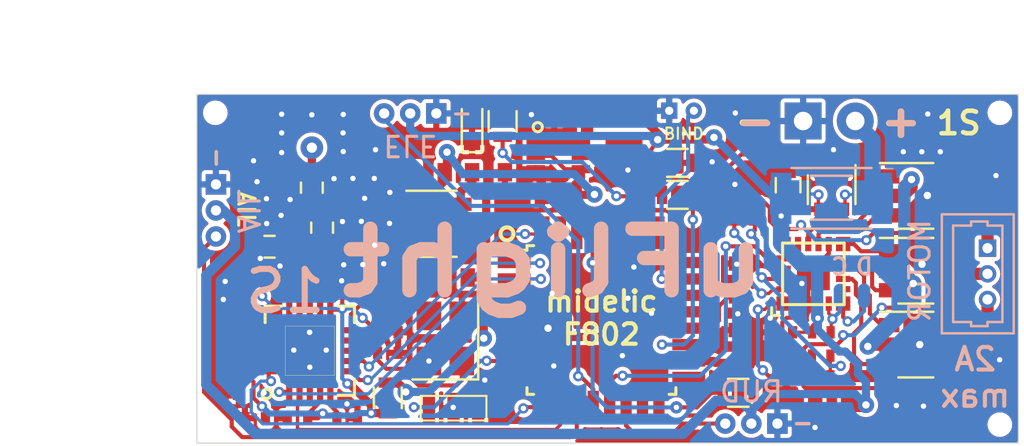
<source format=kicad_pcb>
(kicad_pcb (version 20221018) (generator pcbnew)
  (layers (0 "F.Cu" signal) (31 "B.Cu" signal) (34 "B.Paste" user) (35 "F.Paste" user) (36 "B.SilkS" user "B.Silkscreen") (37 "F.SilkS" user "F.Silkscreen") (38 "B.Mask" user) (39 "F.Mask" user) (44 "Edge.Cuts" user))
  (net 0 "")
  (net 1 "GND")
  (net 2 "Net-(AE1-Pad1)")
  (net 3 "+BATT")
  (net 4 "Net-(C2-Pad1)")
  (net 5 "/5V")
  (net 6 "+3V3")
  (net 7 "VCC")
  (net 8 "Net-(C10-Pad2)")
  (net 9 "Net-(C11-Pad2)")
  (net 10 "Net-(C14-Pad2)")
  (net 11 "Net-(C18-Pad1)")
  (net 12 "Net-(C18-Pad2)")
  (net 13 "Net-(C19-Pad1)")
  (net 14 "Net-(C19-Pad2)")
  (net 15 "Net-(C21-Pad1)")
  (net 16 "Net-(D1-Pad2)")
  (net 17 "Net-(J1-Pad1)")
  (net 18 "Net-(J2-Pad1)")
  (net 19 "/uESC1S/M_A")
  (net 20 "/uESC1S/M_B")
  (net 21 "/uESC1S/M_C")
  (net 22 "Net-(J6-Pad2)")
  (net 23 "/CH1")
  (net 24 "/CH2")
  (net 25 "/CH4")
  (net 26 "Net-(L1-Pad2)")
  (net 27 "/uESC1S/Ap")
  (net 28 "/uESC1S/Ac")
  (net 29 "/uESC1S/Bp")
  (net 30 "/uESC1S/Bc")
  (net 31 "/uESC1S/Cp")
  (net 32 "/uESC1S/Cc")
  (net 33 "/A2")
  (net 34 "Net-(R3-Pad2)")
  (net 35 "Net-(R4-Pad2)")
  (net 36 "Net-(R5-Pad2)")
  (net 37 "Net-(R11-Pad1)")
  (net 38 "Net-(R8-Pad2)")
  (net 39 "Net-(R10-Pad2)")
  (net 40 "Net-(R12-Pad2)")
  (net 41 "/GDO0")
  (net 42 "/SCLK")
  (net 43 "Net-(U2-Pad7)")
  (net 44 "Net-(U2-Pad8)")
  (net 45 "/SI")
  (net 46 "/SO")
  (net 47 "/CH3")
  (net 48 "Net-(U2-Pad15)")
  (net 49 "Net-(U2-Pad16)")
  (net 50 "Net-(U2-Pad17)")
  (net 51 "Net-(U2-Pad24)")
  (net 52 "Net-(U2-Pad25)")
  (net 53 "Net-(U2-Pad27)")
  (net 54 "Net-(U2-Pad28)")
  (net 55 "Net-(U2-Pad30)")
  (net 56 "Net-(U2-Pad31)")
  (net 57 "/CSN")
  (net 58 "Net-(U3-Pad4)")
  (net 59 "Net-(U4-Pad3)")
  (net 60 "Net-(U5-Pad7)")
  (net 61 "Net-(U5-Pad18)")
  (net 62 "Net-(U5-Pad15)")
  (net 63 "Net-(U5-Pad16)")
  (net 64 "Net-(J7-Pad2)")
  (net 65 "/A1")
  (footprint "KiCadCustomLibs:ANT_PCB" (layer "F.Cu") (at 101.6 82.4 90)
    (fp_text reference "AE1" hide)
    (fp_text value "ANT" hide)
  )
  (footprint "KiCadCustomLibs:C_0603" (layer "F.Cu") (at 113.6 85.4 180)
    (fp_text reference "C3" hide)
    (fp_text value "10uf" hide)
  )
  (footprint "KiCadCustomLibs:C_0603" (layer "F.Cu") (at 122.34 92.79 90)
    (fp_text reference "C4" hide)
    (fp_text value "100n" hide)
  )
  (footprint "KiCadCustomLibs:C_0603" (layer "F.Cu") (at 107.27 84.3 180)
    (fp_text reference "C5" hide)
    (fp_text value "2uf" hide)
  )
  (footprint "KiCadCustomLibs:C_0603" (layer "F.Cu") (at 108.39 89.43 180)
    (fp_text reference "C7" hide)
    (fp_text value "2uf" hide)
  )
  (footprint "KiCadCustomLibs:C_0402" (layer "F.Cu") (at 103.32 96.29 180)
    (fp_text reference "C10" hide)
    (fp_text value "100n" hide)
  )
  (footprint "KiCadCustomLibs:C_0402" (layer "F.Cu") (at 105.3 93.1 180)
    (fp_text reference "C11" hide)
    (fp_text value "27p" hide)
  )
  (footprint "KiCadCustomLibs:C_0402" (layer "F.Cu") (at 98.05 94.68 -90)
    (fp_text reference "C12" hide)
    (fp_text value "220p" hide)
  )
  (footprint "KiCadCustomLibs:C_0402" (layer "F.Cu") (at 105.3 92.1 180)
    (fp_text reference "C13" hide)
    (fp_text value "220p" hide)
  )
  (footprint "KiCadCustomLibs:C_0402" (layer "F.Cu") (at 105.3 91.1 180)
    (fp_text reference "C14" hide)
    (fp_text value "27p" hide)
  )
  (footprint "KiCadCustomLibs:C_0402" (layer "F.Cu") (at 105.3 89.9 180)
    (fp_text reference "C16" hide)
    (fp_text value "100n" hide)
  )
  (footprint "KiCadCustomLibs:C_0402" (layer "F.Cu") (at 101 89 -90)
    (fp_text reference "C18" hide)
    (fp_text value "100p" hide)
  )
  (footprint "KiCadCustomLibs:C_0402" (layer "F.Cu") (at 102.1 89 -90)
    (fp_text reference "C19" hide)
    (fp_text value "100p" hide)
  )
  (footprint "KiCadCustomLibs:C_0402" (layer "F.Cu") (at 103.61 87.86 180)
    (fp_text reference "C20" hide)
    (fp_text value "1p" hide)
  )
  (footprint "KiCadCustomLibs:C_0402" (layer "F.Cu") (at 101 87 -90)
    (fp_text reference "C21" hide)
    (fp_text value "1p" hide)
  )
  (footprint "KiCadCustomLibs:C_0402" (layer "F.Cu") (at 103.12 85.61 180)
    (fp_text reference "C22" hide)
    (fp_text value "1.8p" hide)
  )
  (footprint "KiCadCustomLibs:C_0402" (layer "F.Cu") (at 124.51 92.1)
    (fp_text reference "C26" hide)
    (fp_text value "100n" hide)
  )
  (footprint "LEDs:LED_0603" (layer "F.Cu") (at 109.4 82.02 90)
    (fp_text reference "D1" hide)
    (fp_text value "LED" hide)
  )
  (footprint "KiCadCustomLibs:Conn2pin_small" (layer "F.Cu") (at 119.6 81.3)
    (fp_text reference "J6" hide)
    (fp_text value "BIND")
  )
  (footprint "KiCadCustomLibs:Conn_1x02_2.54mm" (layer "F.Cu") (at 125.52 81.8 90)
    (fp_text reference "J7" hide)
    (fp_text value "BAT" hide)
  )
  (footprint "KiCadCustomLibs:InductorXFL2006" (layer "F.Cu") (at 116.8 82.2 -90)
    (fp_text reference "L1" hide)
    (fp_text value "4.7uH" hide)
  )
  (footprint "Inductors_SMD:L_0603" (layer "F.Cu") (at 105.3 95.3 -90)
    (fp_text reference "L2" hide)
    (fp_text value "1000" hide)
  )
  (footprint "Inductors_SMD:L_0402" (layer "F.Cu") (at 99.54 87.93 180)
    (fp_text reference "L3" hide)
    (fp_text value "1.2n" hide)
  )
  (footprint "Inductors_SMD:L_0402" (layer "F.Cu") (at 101.6 85.05 90)
    (fp_text reference "L5" hide)
    (fp_text value "1.2n" hide)
  )
  (footprint "Resistors_SMD:R_0603" (layer "F.Cu") (at 119.4 85.4 180)
    (fp_text reference "R1" hide)
    (fp_text value "10K" hide)
  )
  (footprint "Resistors_SMD:R_0603" (layer "F.Cu") (at 119.4 83.84 180)
    (fp_text reference "R2" hide)
    (fp_text value "18K" hide)
  )
  (footprint "Resistors_SMD:R_0603" (layer "F.Cu") (at 110.89 81.82 -90)
    (fp_text reference "R3" hide)
    (fp_text value "1K" hide)
  )
  (footprint "Resistors_SMD:R_0402_NoSilk" (layer "F.Cu") (at 98.04 92.81 -90)
    (fp_text reference "R5" hide)
    (fp_text value "56K" hide)
  )
  (footprint "Resistors_SMD:R_0402_NoSilk" (layer "F.Cu") (at 123.17 86.25 90)
    (fp_text reference "R7" hide)
    (fp_text value "1K" hide)
  )
  (footprint "Resistors_SMD:R_0402_NoSilk" (layer "F.Cu") (at 122.17 86.25 -90)
    (fp_text reference "R8" hide)
    (fp_text value "10K" hide)
  )
  (footprint "KiCadCustomLibs:SC-70-6" (layer "F.Cu") (at 113.6 83.5 -90)
    (fp_text reference "U1" hide)
    (fp_text value "TPS61222" hide)
  )
  (footprint "KiCadCustomLibs:CC2500" (layer "F.Cu") (at 101.5 93 90)
    (fp_text reference "U4" hide)
    (fp_text value "CC2500" hide)
  )
  (footprint "KiCadCustomLibs:Ceramic_Resonator_SMD_3mm" (layer "F.Cu") (at 108.5 95.8 180)
    (fp_text reference "Y1" hide)
    (fp_text value "16MHZ" hide)
  )
  (footprint "Inductors_SMD:L_0402" (layer "F.Cu") (at 102.1 87 90)
    (fp_text reference "L4" hide)
    (fp_text value "1.2n" hide)
  )
  (footprint "Crystals:Crystal_SMD_SeikoEpson_FA238-4pin_3.2x2.5mm" (layer "F.Cu") (at 108.1 92.4 90)
    (fp_text reference "Y2" hide)
    (fp_text value "26MHZ" hide)
  )
  (footprint "TO_SOT_Packages_SMD:SOT-23-5" (layer "F.Cu") (at 107.75 86.81)
    (fp_text reference "U3" hide)
    (fp_text value "RT9013-33" hide)
  )
  (footprint "KiCadCustomLibs:C_0603" (layer "F.Cu") (at 114.2 81.5 180)
    (fp_text reference "C1" hide)
    (fp_text value "10uf" hide)
  )
  (footprint "Resistors_SMD:R_0603" (layer "F.Cu") (at 122.36 95.05 180)
    (fp_text reference "R4" hide)
    (fp_text value "10K" hide)
  )
  (footprint "KiCadCustomLibs:C_0402" (layer "F.Cu") (at 100.9 96.29 180)
    (fp_text reference "C9" hide)
    (fp_text value "2uf" hide)
  )
  (footprint "KiCadCustomLibs:C_0603" (layer "F.Cu") (at 110.2 84.3)
    (fp_text reference "C6" hide)
    (fp_text value "2uf" hide)
  )
  (footprint "TO_SOT_Packages_SMD:SuperSOT-6" (layer "F.Cu") (at 131.01 85.45)
    (fp_text reference "Q1" hide)
    (fp_text value "DUAL_NP" hide)
  )
  (footprint "TO_SOT_Packages_SMD:SuperSOT-6" (layer "F.Cu") (at 131.01 92.7)
    (fp_text reference "Q3" hide)
    (fp_text value "DUAL_NP" hide)
  )
  (footprint "Resistors_SMD:R_0402_NoSilk" (layer "F.Cu") (at 124.7 94.24 180)
    (fp_text reference "R12" hide)
    (fp_text value "10K" hide)
  )
  (footprint "Resistors_SMD:R_0402_NoSilk" (layer "F.Cu") (at 126.4 94.24 180)
    (fp_text reference "R11" hide)
    (fp_text value "1K" hide)
  )
  (footprint "Resistors_SMD:R_0402_NoSilk" (layer "F.Cu") (at 126.41 92.1)
    (fp_text reference "R6" hide)
    (fp_text value "1K" hide)
  )
  (footprint "Resistors_SMD:R_0402_NoSilk" (layer "F.Cu") (at 124.7 93.24 180)
    (fp_text reference "R10" hide)
    (fp_text value "10K" hide)
  )
  (footprint "Resistors_SMD:R_0402_NoSilk" (layer "F.Cu") (at 126.4 93.24 180)
    (fp_text reference "R9" hide)
    (fp_text value "1K" hide)
  )
  (footprint "KiCadCustomLibs:C_0603" (layer "F.Cu") (at 122.35 89.55 90)
    (fp_text reference "C2" hide)
    (fp_text value "10n" hide)
  )
  (footprint "KiCadCustomLibs:QFN20" (layer "F.Cu") (at 126.02 89.25)
    (fp_text reference "U5" hide)
    (fp_text value "EFM8BB21" hide)
  )
  (footprint "TO_SOT_Packages_SMD:SuperSOT-6" (layer "F.Cu") (at 131.01 89.1)
    (fp_text reference "Q2" hide)
    (fp_text value "DUAL_NP" hide)
  )
  (footprint "Capacitors_SMD:C_0603" (layer "F.Cu") (at 124.79 84.93 -90)
    (fp_text reference "C24" hide)
    (fp_text value "47uf" hide)
  )
  (footprint "TO_SOT_Packages_SMD:SOT-353_SC-70-5" (layer "F.Cu") (at 126.91 85.15 -90)
    (fp_text reference "U6" hide)
    (fp_text value "MAX9610" hide)
  )
  (footprint "KiCadCustomLibs:C_0402" (layer "F.Cu") (at 98.84 96.29)
    (fp_text reference "C8" hide)
    (fp_text value "100n" hide)
  )
  (footprint "KiCadCustomLibs:C_0402" (layer "F.Cu") (at 98.7 89.6)
    (fp_text reference "C17" hide)
    (fp_text value "100n" hide)
  )
  (footprint "KiCadCustomLibs:C_0402" (layer "F.Cu") (at 98.04 91 90)
    (fp_text reference "C15" hide)
    (fp_text value "220p" hide)
  )
  (footprint "KiCadCustomLibs:hole_0.7" (layer "F.Cu") (at 96.9 96.6)
    (fp_text reference "REF**" hide)
    (fp_text value "hole" hide)
  )
  (footprint "KiCadCustomLibs:C_0603" (layer "F.Cu") (at 126.91 95.66)
    (fp_text reference "C25" hide)
    (fp_text value "10uf" hide)
  )
  (footprint "KiCadCustomLibs:hole_0.7" (layer "F.Cu") (at 96.9 81.4)
    (fp_text reference "REF**" hide)
    (fp_text value "hole" hide)
  )
  (footprint "KiCadCustomLibs:hole_0.7" (layer "F.Cu") (at 135.1 81.4)
    (fp_text reference "REF**" hide)
    (fp_text value "hole" hide)
  )
  (footprint "KiCadCustomLibs:hole_0.7" (layer "F.Cu") (at 135.1 96.6)
    (fp_text reference "REF**" hide)
    (fp_text value "hole" hide)
  )
  (footprint "Housings_QFP:TQFP-32_7x7mm_Pitch0.8mm" (layer "F.Cu") (at 115.7 91.5)
    (fp_text reference "U2" hide)
    (fp_text value "ATmega328P-AU" hide)
  )
  (footprint "KiCadCustomLibs:C_0402" (layer "F.Cu") (at 100.06 84.76)
    (fp_text reference "C23" hide)
    (fp_text value "1.8p" hide)
  )
  (footprint "Pin_Headers:Pin_Header_Straight_1x03_Pitch1.27mm" (layer "B.Cu") (at 96.93 84.89 180)
    (fp_text reference "J8" hide)
    (fp_text value "SRV1" hide)
  )
  (footprint "Pin_Headers:Pin_Header_Straight_1x03_Pitch1.27mm" (layer "B.Cu") (at 124.27 96.55 90)
    (fp_text reference "J10" hide)
    (fp_text value "SRV3" hide)
  )
  (footprint "KiCadCustomLibs:PAD_1.2X0.6_Round" (layer "B.Cu") (at 128.49 90.32 90)
    (fp_text reference "J2" hide)
    (fp_text value "C2D" hide)
  )
  (footprint "KiCadCustomLibs:PAD_1.2X0.6_Round" (layer "B.Cu") (at 127.31 90.33 -90)
    (fp_text reference "J1" hide)
    (fp_text value "C2CK" hide)
  )
  (footprint "Resistors_SMD:R_1206_HandSoldering" (layer "B.Cu") (at 126.9 85.54)
    (fp_text reference "R13" hide)
    (fp_text value "0.022" hide)
  )
  (footprint "Resistors_SMD:R_2010" (layer "B.Cu") (at 126.9 85.57)
    (fp_text reference "R14" hide)
    (fp_text value "0.022" hide)
  )
  (footprint "Connectors_Molex:Molex_PicoBlade_53047-0310_03x1.25mm_Straight" (layer "B.Cu") (at 134.5 88 -90)
    (fp_text reference "J3" hide)
    (fp_text value "MOTOR")
  )
  (footprint "Pin_Headers:Pin_Header_Straight_1x03_Pitch1.27mm" (layer "B.Cu") (at 107.66 81.43 90)
    (fp_text reference "J9" hide)
    (fp_text value "SRV2" hide)
  )
  (gr_circle (center 111.1 87.3) (end 111.416228 87.3) (stroke (width 0.2)) (fill none) (layer "F.SilkS"))
  (gr_line (start 136 97.5) (end 135 97.5) (stroke (width 0.05)) (layer "Edge.Cuts"))
  (gr_line (start 96 97.5) (end 97 97.5) (stroke (width 0.05)) (layer "Edge.Cuts"))
  (gr_line (start 135 80.5) (end 136 80.5) (stroke (width 0.05)) (layer "Edge.Cuts"))
  (gr_line (start 135 97.5) (end 97 97.5) (stroke (width 0.05)) (layer "Edge.Cuts"))
  (gr_line (start 97 80.5) (end 135 80.5) (stroke (width 0.05)) (layer "Edge.Cuts"))
  (gr_line (start 136 80.5) (end 136 97.5) (stroke (width 0.05)) (layer "Edge.Cuts"))
  (gr_line (start 97 80.5) (end 96 80.5) (stroke (width 0.05)) (layer "Edge.Cuts"))
  (gr_line (start 96 80.5) (end 96 97.5) (stroke (width 0.05)) (layer "Edge.Cuts"))
  (gr_text "ELE" (at 106.4 83 180) (layer "B.SilkS") (effects (font (size 1 1)) (justify mirror)))
  (gr_text "AIL" (at 98.5 86.2 270) (layer "B.SilkS") (effects (font (size 1 1)) (justify mirror)))
  (gr_text "-" (at 108.9 81.4) (layer "B.SilkS") (effects (font (size 0.8 0.8))))
  (gr_text "-" (at 96.9 83.6 90) (layer "B.SilkS") (effects (font (size 0.8 0.8))))
  (gr_text "-" (at 125.5 96.6 180) (layer "B.SilkS") (effects (font (size 0.8 0.8))))
  (gr_text "C" (at 127.3 88.9) (layer "B.SilkS") (effects (font (size 0.8 0.8)) (justify mirror)))
  (gr_text "-" (at 123.2 81.8) (layer "B.SilkS") (effects (font (size 1.5 1.5) (thickness 0.3))))
  (gr_text "+" (at 130.3 81.8) (layer "B.SilkS") (effects (font (size 1.5 1.5) (thickness 0.3))))
  (gr_text "2A\nmax" (at 133.9 94.3) (layer "B.SilkS") (effects (font (size 1.1 1.1) (thickness 0.2)) (justify mirror)))
  (gr_text "RUD" (at 123 95) (layer "B.SilkS") (effects (font (size 1 1)) (justify mirror)))
  (gr_text "uFlight" (at 113.4 88.7) (layer "B.SilkS") (effects (font (size 3 4) (thickness 0.7)) (justify mirror)))
  (gr_text "D" (at 128.5 88.9) (layer "B.SilkS") (effects (font (size 0.8 0.8)) (justify mirror)))
  (gr_text "1S" (at 100.3 90.1) (layer "B.SilkS") (effects (font (size 2 2) (thickness 0.3)) (justify mirror)))
  (gr_text "+" (at 130.28 81.8) (layer "F.SilkS") (effects (font (size 1.5 1.5) (thickness 0.3))))
  (gr_text "-" (at 97 83.6 270) (layer "F.SilkS") (effects (font (size 0.8 0.8))))
  (gr_text "-" (at 125.5 96.5) (layer "F.SilkS") (effects (font (size 0.8 0.8))))
  (gr_text "1S" (at 133.1 81.9) (layer "F.SilkS") (effects (font (size 1.1 1.1) (thickness 0.22))))
  (gr_text "AIL" (at 98.4 86.1 270) (layer "F.SilkS") (effects (font (size 0.8 0.8))))
  (gr_text "-" (at 123.15 81.77) (layer "F.SilkS") (effects (font (size 1.5 1.5) (thickness 0.3))))
  (gr_text "midelic\nF802" (at 115.7 91.4) (layer "F.SilkS") (effects (font (size 1 1) (thickness 0.2))))
  (segment (start 122.79 84.3) (end 122.2 84.89) (width 0.16) (layer "F.Cu") (net 1))
  (segment (start 108.5 95.8) (end 108.5 95.78) (width 0.2) (layer "F.Cu") (net 1))
  (segment (start 103.82 96.29) (end 103.82 95.78) (width 0.2) (layer "F.Cu") (net 1))
  (segment (start 113.2 90.3) (end 111.45 90.3) (width 0.4) (layer "F.Cu") (net 1))
  (segment (start 113.3 90.2) (end 113.2 90.3) (width 0.4) (layer "F.Cu") (net 1))
  (segment (start 102.3 93) (end 102.3 92.2) (width 0.8) (layer "F.Cu") (net 1))
  (segment (start 124.01 91.5) (end 123.92 91.41) (width 0.2) (layer "F.Cu") (net 1))
  (segment (start 100.11 82.4) (end 100.13 82.38) (width 0.2) (layer "F.Cu") (net 1))
  (segment (start 102.3 93.8) (end 102.3 92.97) (width 0.8) (layer "F.Cu") (net 1))
  (segment (start 99.5 93.5) (end 100.4 93.5) (width 0.16) (layer "F.Cu") (net 1))
  (segment (start 100.72 92.97) (end 100.72 93.78) (width 0.8) (layer "F.Cu") (net 1))
  (segment (start 122.32 88.75) (end 122.29 88.78) (width 0.16) (layer "F.Cu") (net 1))
  (segment (start 99.39 84.76) (end 99.39 85.59) (width 0.2) (layer "F.Cu") (net 1))
  (segment (start 125.77 90.7) (end 125.77 89.5) (width 0.2) (layer "F.Cu") (net 1))
  (segment (start 100.02 96.29) (end 99.88 96.15) (width 0.2) (layer "F.Cu") (net 1))
  (segment (start 101.5 93.8) (end 102.3 93.8) (width 0.8) (layer "F.Cu") (net 1))
  (segment (start 98.04 92.36) (end 98.18 92.36) (width 0.2) (layer "F.Cu") (net 1))
  (segment (start 101.5 93) (end 101.5 92.2) (width 0.8) (layer "F.Cu") (net 1))
  (segment (start 124.91 84.3) (end 122.79 84.3) (width 0.16) (layer "F.Cu") (net 1))
  (segment (start 98.54 92) (end 99.5 92) (width 0.2) (layer "F.Cu") (net 1))
  (segment (start 100.72 93.78) (end 100.7 93.8) (width 0.8) (layer "F.Cu") (net 1))
  (segment (start 98.18 92.36) (end 98.54 92) (width 0.2) (layer "F.Cu") (net 1))
  (segment (start 111.45 91.9) (end 113.1 91.9) (width 0.4) (layer "F.Cu") (net 1))
  (segment (start 108.5 95.78) (end 108.48 95.76) (width 0.2) (layer "F.Cu") (net 1))
  (segment (start 126.77 87.8) (end 126.77 88.26) (width 0.2) (layer "F.Cu") (net 1))
  (segment (start 122.34 91.99) (end 122.34 91.2) (width 0.16) (layer "F.Cu") (net 1))
  (segment (start 99.88 95.67) (end 99.27 95.06) (width 0.2) (layer "F.Cu") (net 1))
  (segment (start 103.82 96.29) (end 103.82 95.84) (width 0.2) (layer "F.Cu") (net 1))
  (segment (start 125.93 89.25) (end 125.46 89.72) (width 0.2) (layer "F.Cu") (net 1))
  (segment (start 122.35 88.75) (end 122.32 88.75) (width 0.16) (layer "F.Cu") (net 1))
  (segment (start 126.77 88.26) (end 126.02 89.01) (width 0.2) (layer "F.Cu") (net 1))
  (segment (start 103.12 82.38) (end 103.1 82.4) (width 0.2) (layer "F.Cu") (net 1))
  (segment (start 131.31 88.78) (end 131.58 89.1) (width 0.6) (layer "F.Cu") (net 1))
  (segment (start 125.77 89.5) (end 126.02 89.25) (width 0.16) (layer "F.Cu") (net 1))
  (segment (start 100.7 93.8) (end 101.5 93.8) (width 0.8) (layer "F.Cu") (net 1))
  (segment (start 100.5 92) (end 100.7 92.2) (width 0.2) (layer "F.Cu") (net 1))
  (segment (start 131.2 92.7) (end 132.31 92.7) (width 0.6) (layer "F.Cu") (net 1))
  (segment (start 131.57 85.43) (end 131.79 85.45) (width 0.8) (layer "F.Cu") (net 1))
  (segment (start 112.5 84.45) (end 112.8 84.75) (width 0.4) (layer "F.Cu") (net 1))
  (segment (start 126.02 89.01) (end 126.02 89.25) (width 0.16) (layer "F.Cu") (net 1))
  (segment (start 131.79 85.45) (end 132.31 85.45) (width 0.8) (layer "F.Cu") (net 1))
  (segment (start 112.5 84.15) (end 112.5 84.45) (width 0.4) (layer "F.Cu") (net 1))
  (segment (start 102.3 92.2) (end 101.5 92.2) (width 0.8) (layer "F.Cu") (net 1))
  (segment (start 99.5 92) (end 100.5 92) (width 0.2) (layer "F.Cu") (net 1))
  (segment (start 100.7 93) (end 101.5 93) (width 0.8) (layer "F.Cu") (net 1))
  (segment (start 101.5 92.2) (end 100.7 92.2) (width 0.8) (layer "F.Cu") (net 1))
  (segment (start 102.27 93) (end 102.3 92.97) (width 0.8) (layer "F.Cu") (net 1))
  (segment (start 100.1 82.4) (end 100.11 82.4) (width 0.2) (layer "F.Cu") (net 1))
  (segment (start 100.4 93.5) (end 100.7 93.8) (width 0.16) (layer "F.Cu") (net 1))
  (segment (start 103.8 85.6) (end 104.45 85.59) (width 0.2) (layer "F.Cu") (net 1))
  (segment (start 100.4 96.29) (end 100.02 96.29) (width 0.2) (layer "F.Cu") (net 1))
  (segment (start 99.88 96.15) (end 99.88 95.67) (width 0.2) (layer "F.Cu") (net 1))
  (segment (start 103.82 96.29) (end 103.82 95.73) (width 0.2) (layer "F.Cu") (net 1))
  (segment (start 100.7 92.2) (end 100.7 93) (width 0.8) (layer "F.Cu") (net 1))
  (segment (start 100.4 96.29) (end 100.01 96.29) (width 0.2) (layer "F.Cu") (net 1))
  (segment (start 103.82 95.78) (end 103.63 95.59) (width 0.2) (layer "F.Cu") (net 1))
  (segment (start 101.5 93) (end 102.27 93) (width 0.8) (layer "F.Cu") (net 1))
  (segment (start 131.58 89.1) (end 132.31 89.1) (width 0.6) (layer "F.Cu") (net 1))
  (segment (start 101.5 93) (end 101.5 93.8) (width 0.8) (layer "F.Cu") (net 1))
  (segment (start 112.8 84.75) (end 112.8 85.4) (width 0.4) (layer "F.Cu") (net 1))
  (segment (start 124.01 92.1) (end 124.01 91.5) (width 0.2) (layer "F.Cu") (net 1))
  (segment (start 99.27 95.06) (end 99.27 95.05) (width 0.2) (layer "F.Cu") (net 1))
  (segment (start 126.02 89.25) (end 125.93 89.25) (width 0.2) (layer "F.Cu") (net 1))
  (segment (start 103.63 95.59) (end 103.31 95.59) (width 0.2) (layer "F.Cu") (net 1))
  (via (at 127 83.2) (size 0.5) (drill 0.26) (layers "F.Cu" "B.Cu") (net 1))
  (via (at 105.4 85.28) (size 0.5) (drill 0.26) (layers "F.Cu" "B.Cu") (net 1))
  (via (at 122.2 84.89) (size 0.5) (drill 0.26) (layers "F.Cu" "B.Cu") (net 1))
  (via (at 108.48 95.76) (size 0.5) (drill 0.26) (layers "F.Cu" "B.Cu") (net 1))
  (via (at 99.27 95.05) (size 0.5) (drill 0.26) (layers "F.Cu" "B.Cu") (net 1))
  (via (at 113.38 93.74) (size 0.5) (drill 0.26) (layers "F.Cu" "B.Cu") (net 1))
  (via (at 113.3 90.2) (size 0.5) (drill 0.26) (layers "F.Cu" "B.Cu") (net 1))
  (via (at 107.3 93.5) (size 0.5) (drill 0.26) (layers "F.Cu" "B.Cu") (net 1))
  (via (at 131.3 83.3) (size 0.5) (drill 0.26) (layers "F.Cu" "B.Cu") (net 1))
  (via (at 105.1 88.76) (size 0.5) (drill 0.26) (layers "F.Cu" "B.Cu") (net 1))
  (via (at 97.38 89.62) (size 0.5) (drill 0.26) (layers "F.Cu" "B.Cu") (net 1))
  (via (at 103.12 82.38) (size 0.5) (drill 0.26) (layers "F.Cu" "B.Cu") (net 1))
  (via (at 132.2 83.3) (size 0.5) (drill 0.26) (layers "F.Cu" "B.Cu") (net 1))
  (via (at 113.1 91.9) (size 0.8) (drill 0.36) (layers "F.Cu" "B.Cu") (net 1))
  (via (at 110.02 94.43) (size 0.5) (drill 0.26) (layers "F.Cu" "B.Cu") (net 1))
  (via (at 102.3 92.97) (size 0.5) (drill 0.26) (layers "F.Cu" "B.Cu") (net 1))
  (via (at 130.06 95.67) (size 0.5) (drill 0.26) (layers "F.Cu" "B.Cu") (net 1))
  (via (at 103.05 89.59) (size 0.5) (drill 0.26) (layers "F.Cu" "B.Cu") (net 1))
  (via (at 126.1 96.74) (size 0.5) (drill 0.26) (layers "F.Cu" "B.Cu") (net 1))
  (via (at 104.7 83.2) (size 0.5) (drill 0.26) (layers "F.Cu" "B.Cu") (net 1))
  (via (at 122.22 81.41) (size 0.5) (drill 0.26) (layers "F.Cu" "B.Cu") (net 1))
  (via (at 104.17 85.57) (size 0.5) (drill 0.26) (layers "F.Cu" "B.Cu") (net 1))
  (via (at 116.72 93.24) (size 0.5) (drill 0.26) (layers "F.Cu" "B.Cu") (net 1))
  (via (at 103.13 81.48) (size 0.5) (drill 0.26) (layers "F.Cu" "B.Cu") (net 1))
  (via (at 100.1 86.4) (size 0.5) (drill 0.26) (layers "F.Cu" "B.Cu") (net 1))
  (via (at 103.15 88.81) (size 0.5) (drill 0.26) (layers "F.Cu" "B.Cu") (net 1))
  (via (at 122.29 88.78) (size 0.5) (drill 0.26) (layers "F.Cu" "B.Cu") (net 1))
  (via (at 104.08 88.8) (size 0.5) (drill 0.26) (layers "F.Cu" "B.Cu") (net 1))
  (via (at 101.5 93.8) (size 0.5) (drill 0.26) (layers "F.Cu" "B.Cu") (net 1))
  (via (at 116.99 90.44) (size 0.5) (drill 0.26) (layers "F.Cu" "B.Cu") (net 1))
  (via (at 131.2 92.7) (size 0.8) (drill 0.36) (layers "F.Cu" "B.Cu") (net 1))
  (via (at 98.93 84.76) (size 0.5) (drill 0.26) (layers "F.Cu" "B.Cu") (net 1))
  (via (at 104.64 84.6) (size 0.5) (drill 0.26) (layers "F.Cu" "B.Cu") (net 1))
  (via (at 131.31 88.78) (size 0.8) (drill 0.36) (layers "F.Cu" "B.Cu") (net 1))
  (via (at 100.54 85.63) (size 0.5) (drill 0.26) (layers "F.Cu" "B.Cu") (net 1))
  (via (at 116.99 84.19) (size 0.5) (drill 0.26) (layers "F.Cu" "B.Cu") (net 1))
  (via (at 135.09 93.44) (size 0.5) (drill 0.26) (layers "F.Cu" "B.Cu") (net 1))
  (via (at 104.01 86.69) (size 0.5) (drill 0.26) (layers "F.Cu" "B.Cu") (net 1))
  (via (at 118.14 91.17) (size 0.5) (drill 0.26) (layers "F.Cu" "B.Cu") (net 1))
  (via (at 100.13 82.38) (size 0.5) (drill 0.26) (layers "F.Cu" "B.Cu") (net 1))
  (via (at 97.29 90.5) (size 0.5) (drill 0.26) (layers "F.Cu" "B.Cu") (net 1))
  (via (at 131.38 95.7) (size 0.5) (drill 0.26) (layers "F.Cu" "B.Cu") (net 1))
  (via (at 100.13 81.47) (size 0.5) (drill 0.26) (layers "F.Cu" "B.Cu") (net 1))
  (via (at 100.72 92.97) (size 0.5) (drill 0.26) (layers "F.Cu" "B.Cu") (net 1))
  (via (at 98.76 83.74) (size 0.5) (drill 0.26) (layers "F.Cu" "B.Cu") (net 1))
  (via (at 100.05 88.87) (size 0.5) (drill 0.26) (layers "F.Cu" "B.Cu") (net 1))
  (via (at 131.57 85.43) (size 0.8) (drill 0.36) (layers "F.Cu" "B.Cu") (net 1))
  (via (at 103.09 86.7) (size 0.5) (drill 0.26) (layers "F.Cu" "B.Cu") (net 1))
  (via (at 103.13 83.29) (size 0.5) (drill 0.26) (layers "F.Cu" "B.Cu") (net 1))
  (via (at 99.09 88.5) (size 0.5) (drill 0.26) (layers "F.Cu" "B.Cu") (net 1))
  (via (at 100.13 83.34) (size 0.5) (drill 0.26) (layers "F.Cu" "B.Cu") (net 1))
  (via (at 134.91 84.46) (size 0.5) (drill 0.26) (layers "F.Cu" "B.Cu") (net 1))
  (via (at 101.49 92.1) (size 0.5) (drill 0.26) (layers "F.Cu" "B.Cu") (net 1))
  (via (at 122.34 91.2) (size 0.5) (drill 0.26) (layers "F.Cu" "B.Cu") (net 1))
  (via (at 99.4 86.8) (size 0.5) (drill 0.26) (layers "F.Cu" "B.Cu") (net 1))
  (via (at 99.39 85.59) (size 0.5) (drill 0.26) (layers "F.Cu" "B.Cu") (net 1))
  (via (at 105.38 86.79) (size 0.5) (drill 0.26) (layers "F.Cu" "B.Cu") (net 1))
  (via (at 101.6 81.5) (size 0.5) (drill 0.26) (layers "F.Cu" "B.Cu") (net 1))
  (via (at 103.6 84.6) (size 0.5) (drill 0.26) (layers "F.Cu" "B.Cu") (net 1))
  (via (at 123.92 91.41) (size 0.5) (drill 0.26) (layers "F.Cu" "B.Cu") (net 1))
  (via (at 112.29 81.49) (size 0.5) (drill 0.26) (layers "F.Cu" "B.Cu") (net 1))
  (via (at 125.46 89.72) (size 0.5) (drill 0.26) (layers "F.Cu" "B.Cu") (net 1))
  (via (at 121.09 83.79) (size 0.5) (drill 0.26) (layers "F.Cu" "B.Cu") (net 1))
  (via (at 104.66 87.85) (size 0.5) (drill 0.26) (layers "F.Cu" "B.Cu") (net 1))
  (via (at 103.31 95.59) (size 0.5) (drill 0.26) (layers "F.Cu" "B.Cu") (net 1))
  (via (at 131.59 81.46) (size 0.5) (drill 0.26) (layers "F.Cu" "B.Cu") (net 1))
  (via (at 101.49 92.1) (size 0.5) (drill 0.26) (layers "F.Cu" "B.Cu") (net 1))
  (via (at 130.4 83.3) (size 0.5) (drill 0.26) (layers "F.Cu" "B.Cu") (net 1))
  (via (at 117.28 88.92) (size 0.5) (drill 0.26) (layers "F.Cu" "B.Cu") (net 1))
  (via (at 102.68 84.61) (size 0.5) (drill 0.26) (layers "F.Cu" "B.Cu") (net 1))
  (segment (start 109.81 94.43) (end 110.02 94.43) (width 0.2) (layer "B.Cu") (net 1))
  (segment (start 113.1 90.4) (end 113.3 90.2) (width 0.16) (layer "B.Cu") (net 1))
  (segment (start 111.1 94.43) (end 110.02 94.43) (width 0.2) (layer "B.Cu") (net 1))
  (segment (start 108.48 95.76) (end 109.81 94.43) (width 0.2) (layer "B.Cu") (net 1))
  (segment (start 113.1 91.9) (end 113.1 92.43) (width 0.2) (layer "B.Cu") (net 1))
  (segment (start 113.1 91.9) (end 113.1 90.4) (width 0.16) (layer "B.Cu") (net 1))
  (segment (start 113.1 92.43) (end 111.1 94.43) (width 0.2) (layer "B.Cu") (net 1))
  (segment (start 101.6 83.1) (end 101.6 84.6) (width 0.4) (layer "F.Cu") (net 2))
  (segment (start 100.55 84.6) (end 100.39 84.76) (width 0.2) (layer "F.Cu") (net 2))
  (segment (start 101.6 84.6) (end 100.55 84.6) (width 0.2) (layer "F.Cu") (net 2))
  (segment (start 130.38 85.45) (end 130.8 85.03) (width 0.6) (layer "F.Cu") (net 3))
  (segment (start 129.71 89.1) (end 130.33 89.1) (width 0.6) (layer "F.Cu") (net 3))
  (segment (start 126.27 91.48) (end 125.96 91.79) (width 0.16) (layer "F.Cu") (net 3))
  (segment (start 115 82.42) (end 115 81.5) (width 0.6) (layer "F.Cu") (net 3))
  (segment (start 115.025 81.525) (end 115 81.5) (width 0.6) (layer "F.Cu") (net 3))
  (segment (start 116.8 81.525) (end 115.025 81.525) (width 0.6) (layer "F.Cu") (net 3))
  (segment (start 118.44 82.71) (end 118.64 82.6) (width 0.4) (layer "F.Cu") (net 3))
  (segment (start 126.24 91.41) (end 126.27 91.48) (width 0.16) (layer "F.Cu") (net 3))
  (segment (start 126.24 91.41) (end 126.27 91.37) (width 0.16) (layer "F.Cu") (net 3))
  (segment (start 114.7 82.85) (end 114.7 82.72) (width 0.4) (layer "F.Cu") (net 3))
  (segment (start 129.71 85.45) (end 130.38 85.45) (width 0.6) (layer "F.Cu") (net 3))
  (segment (start 129.71 92.7) (end 128.76 92.7) (width 0.6) (layer "F.Cu") (net 3))
  (segment (start 114.7 82.72) (end 115 82.42) (width 0.4) (layer "F.Cu") (net 3))
  (segment (start 126.26 86.1) (end 126.26 85.4) (width 0.16) (layer "F.Cu") (net 3))
  (segment (start 125.96 91.79) (end 125.96 92.1) (width 0.16) (layer "F.Cu") (net 3))
  (segment (start 125.4 85.68) (end 124.79 85.68) (width 0.3) (layer "F.Cu") (net 3))
  (segment (start 126.26 86.1) (end 125.82 86.1) (width 0.3) (layer "F.Cu") (net 3))
  (segment (start 130.8 85.03) (end 130.8 84.65) (width 0.6) (layer "F.Cu") (net 3))
  (segment (start 118.21 85.4) (end 118.65 85.4) (width 0.2) (layer "F.Cu") (net 3))
  (segment (start 128.76 92.7) (end 128.67 92.79) (width 0.6) (layer "F.Cu") (net 3))
  (segment (start 118.64 82.6) (end 117.565 81.525) (width 0.4) (layer "F.Cu") (net 3))
  (segment (start 118.01 83.38) (end 118.01 85.2) (width 0.2) (layer "F.Cu") (net 3))
  (segment (start 126.27 91.37) (end 126.27 90.7) (width 0.16) (layer "F.Cu") (net 3))
  (segment (start 118.01 85.2) (end 118.21 85.4) (width 0.2) (layer "F.Cu") (net 3))
  (segment (start 125.96 92.1) (end 125.02 92.1) (width 0.16) (layer "F.Cu") (net 3))
  (segment (start 114.7 82.85) (end 112.5 82.85) (width 0.4) (layer "F.Cu") (net 3))
  (segment (start 124.79 86.09) (end 124.45 86.43) (width 0.3) (layer "F.Cu") (net 3))
  (segment (start 125.02 92.1) (end 125.01 92.11) (width 0.16) (layer "F.Cu") (net 3))
  (segment (start 125.82 86.1) (end 125.4 85.68) (width 0.3) (layer "F.Cu") (net 3))
  (segment (start 130.33 89.1) (end 130.88 89.65) (width 0.6) (layer "F.Cu") (net 3))
  (segment (start 121.08 82.7) (end 118.44 82.71) (width 0.4) (layer "F.Cu") (net 3))
  (segment (start 130.88 89.65) (end 130.88 89.72) (width 0.6) (layer "F.Cu") (net 3))
  (segment (start 124.79 85.68) (end 124.79 86.09) (width 0.3) (layer "F.Cu") (net 3))
  (segment (start 117.565 81.525) (end 116.8 81.525) (width 0.4) (layer "F.Cu") (net 3))
  (segment (start 126.26 85.4) (end 126.27 85.39) (width 0.16) (layer "F.Cu") (net 3))
  (segment (start 121.18 82.6) (end 121.08 82.7) (width 0.4) (layer "F.Cu") (net 3))
  (segment (start 127.7 95.64) (end 128.58 95.64) (width 0.7) (layer "F.Cu") (net 3))
  (segment (start 118.44 82.71) (end 118.01 83.38) (width 0.2) (layer "F.Cu") (net 3))
  (via (at 126.24 91.41) (size 0.5) (drill 0.26) (layers "F.Cu" "B.Cu") (net 3))
  (via (at 118.44 82.71) (size 0.8) (drill 0.36) (layers "F.Cu" "B.Cu") (net 3))
  (via (at 121.18 82.6) (size 0.8) (drill 0.36) (layers "F.Cu" "B.Cu") (net 3))
  (via (at 130.88 89.72) (size 0.8) (drill 0.36) (layers "F.Cu" "B.Cu") (net 3))
  (via (at 128.58 95.64) (size 0.8) (drill 0.36) (layers "F.Cu" "B.Cu") (net 3))
  (via (at 124.45 86.43) (size 0.5) (drill 0.26) (layers "F.Cu" "B.Cu") (net 3))
  (via (at 126.27 85.39) (size 0.5) (drill 0.26) (layers "F.Cu" "B.Cu") (net 3))
  (via (at 130.8 84.65) (size 0.8) (drill 0.36) (layers "F.Cu" "B.Cu") (net 3))
  (via (at 128.67 92.79) (size 0.8) (drill 0.36) (layers "F.Cu" "B.Cu") (net 3))
  (segment (start 124.45 86.43) (end 124.45 86.43) (width 0.8) (layer "B.Cu") (net 3))
  (segment (start 124.45 86.43) (end 124.45 87.76) (width 0.8) (layer "B.Cu") (net 3))
  (segment (start 96.46 89.31) (end 97.86 87.91) (width 0.5) (layer "B.Cu") (net 3))
  (segment (start 130.12 89.82) (end 130.88 90.58) (width 0.6) (layer "B.Cu") (net 3))
  (segment (start 122.44 95.44) (end 121.28 95.44) (width 0.5) (layer "B.Cu") (net 3))
  (segment (start 98.85 97.05) (end 96.46 94.66) (width 0.5) (layer "B.Cu") (net 3))
  (segment (start 123.1 95.82) (end 123.8 95.11) (width 0.4) (layer "B.Cu") (net 3))
  (segment (start 129.15 88.75) (end 129.91 88.75) (width 0.6) (layer "B.Cu") (net 3))
  (segment (start 123 96.55) (end 123 95.9) (width 0.5) (layer "B.Cu") (net 3))
  (segment (start 123 95.9) (end 122.44 95.44) (width 0.5) (layer "B.Cu") (net 3))
  (segment (start 130.45 88.34) (end 130.45 85) (width 0.6) (layer "B.Cu") (net 3))
  (segment (start 97.28 86.16) (end 96.93 86.16) (width 0.5) (layer "B.Cu") (net 3))
  (segment (start 125.44 88.75) (end 129.15 88.75) (width 0.8) (layer "B.Cu") (net 3))
  (segment (start 128.2 94.13) (end 128.58 94.51) (width 0.4) (layer "B.Cu") (net 3))
  (segment (start 126.24 91.99) (end 127.29 93.04) (width 0.4) (layer "B.Cu") (net 3))
  (segment (start 106.39 82.18) (end 106.39 81.43) (width 0.4) (layer "B.Cu") (net 3))
  (segment (start 126.2 88.86) (end 126.09 88.75) (width 0.6) (layer "B.Cu") (net 3))
  (segment (start 128.58 94.51) (end 128.58 95.64) (width 0.4) (layer "B.Cu") (net 3))
  (segment (start 128.05 95.11) (end 128.58 95.64) (width 0.4) (layer "B.Cu") (net 3))
  (segment (start 130.12 89.72) (end 130.12 91.16) (width 0.6) (layer "B.Cu") (net 3))
  (segment (start 121.2 82.6) (end 121.18 82.6) (width 0.4) (layer "B.Cu") (net 3))
  (segment (start 124.45 85.57) (end 124.45 86.43) (width 0.8) (layer "B.Cu") (net 3))
  (segment (start 127.58 93.04) (end 128.2 93.66) (width 0.4) (layer "B.Cu") (net 3))
  (segment (start 124.45 85.57) (end 124.17 85.57) (width 0.4) (layer "B.Cu") (net 3))
  (segment (start 97.86 87.91) (end 97.86 86.74) (width 0.5) (layer "B.Cu") (net 3))
  (segment (start 118.44 82.71) (end 118.03 82.53) (width 0.4) (layer "B.Cu") (net 3))
  (segment (start 130.45 89.29) (end 130.45 88.34) (width 0.5) (layer "B.Cu") (net 3))
  (segment (start 130.12 89.72) (end 130.12 89.82) (width 0.6) (layer "B.Cu") (net 3))
  (segment (start 130.21 91.25) (end 128.67 92.79) (width 0.8) (layer "B.Cu") (net 3))
  (segment (start 130.88 90.58) (end 130.21 91.25) (width 0.8) (layer "B.Cu") (net 3))
  (segment (start 121.28 95.44) (end 119.67 97.05) (width 0.5) (layer "B.Cu") (net 3))
  (segment (start 126.2 91.37) (end 126.2 88.86) (width 0.6) (layer "B.Cu") (net 3))
  (segment (start 130.12 91.16) (end 130.21 91.25) (width 0.6) (layer "B.Cu") (net 3))
  (segment (start 126.24 91.41) (end 126.2 91.37) (width 0.6) (layer "B.Cu") (net 3))
  (segment (start 126.24 85.36) (end 125.08 85.36) (width 0.16) (layer "B.Cu") (net 3))
  (segment (start 130.12 89.72) (end 130.88 89.72) (width 0.8) (layer "B.Cu") (net 3))
  (segment (start 130.45 85) (end 130.8 84.65) (width 0.6) (layer "B.Cu") (net 3))
  (segment (start 127.29 93.04) (end 127.58 93.04) (width 0.4) (layer "B.Cu") (net 3))
  (segment (start 118.03 82.53) (end 106.74 82.53) (width 0.4) (layer "B.Cu") (net 3))
  (segment (start 126.24 91.41) (end 126.24 91.99) (width 0.4) (layer "B.Cu") (net 3))
  (segment (start 125.08 85.36) (end 124.9 85.54) (width 0.16) (layer "B.Cu") (net 3))
  (segment (start 129.15 88.75) (end 130.12 89.72) (width 0.8) (layer "B.Cu") (net 3))
  (segment (start 126.09 88.75) (end 125.44 88.75) (width 0.6) (layer "B.Cu") (net 3))
  (segment (start 126.27 85.39) (end 126.24 85.36) (width 0.16) (layer "B.Cu") (net 3))
  (segment (start 128.2 93.66) (end 128.2 94.13) (width 0.4) (layer "B.Cu") (net 3))
  (segment (start 130.88 89.72) (end 130.88 90.58) (width 0.8) (layer "B.Cu") (net 3))
  (segment (start 130.04 88.75) (end 130.45 88.34) (width 0.6) (layer "B.Cu") (net 3))
  (segment (start 96.46 94.66) (end 96.46 89.31) (width 0.5) (layer "B.Cu") (net 3))
  (segment (start 124.17 85.57) (end 121.2 82.6) (width 0.4) (layer "B.Cu") (net 3))
  (segment (start 119.67 97.05) (end 98.85 97.05) (width 0.5) (layer "B.Cu") (net 3))
  (segment (start 125.45 85.54) (end 124.48 85.54) (width 0.8) (layer "B.Cu") (net 3))
  (segment (start 124.45 87.76) (end 125.44 88.75) (width 0.8) (layer "B.Cu") (net 3))
  (segment (start 130.88 89.72) (end 130.45 89.29) (width 0.6) (layer "B.Cu") (net 3))
  (segment (start 124.48 85.54) (end 124.45 85.57) (width 0.8) (layer "B.Cu") (net 3))
  (segment (start 106.74 82.53) (end 106.39 82.18) (width 0.4) (layer "B.Cu") (net 3))
  (segment (start 123.8 95.11) (end 128.05 95.11) (width 0.4) (layer "B.Cu") (net 3))
  (segment (start 129.91 88.75) (end 130.88 89.72) (width 0.6) (layer "B.Cu") (net 3))
  (segment (start 129.91 88.75) (end 130.04 88.75) (width 0.6) (layer "B.Cu") (net 3))
  (segment (start 97.86 86.74) (end 97.28 86.16) (width 0.5) (layer "B.Cu") (net 3))
  (segment (start 121.9 90.35) (end 122.35 90.35) (width 0.2) (layer "F.Cu") (net 4))
  (segment (start 121.42 90.83) (end 121.9 90.35) (width 0.2) (layer "F.Cu") (net 4))
  (segment (start 119.95 91.9) (end 121.05 91.9) (width 0.2) (layer "F.Cu") (net 4))
  (segment (start 121.05 91.9) (end 121.42 91.53) (width 0.2) (layer "F.Cu") (net 4))
  (segment (start 121.42 91.53) (end 121.42 90.83) (width 0.2) (layer "F.Cu") (net 4))
  (segment (start 114.4 85.4) (end 114.4 84.92) (width 0.4) (layer "F.Cu") (net 5))
  (segment (start 114.7 84.15) (end 113.92 84.15) (width 0.2) (layer "F.Cu") (net 5))
  (segment (start 107.65 85.14) (end 107.03 85.14) (width 0.4) (layer "F.Cu") (net 5))
  (segment (start 108.07 84.71) (end 107.65 85.14) (width 0.4) (layer "F.Cu") (net 5))
  (segment (start 107.48 87.76) (end 106.65 87.76) (width 0.2) (layer "F.Cu") (net 5))
  (segment (start 108.07 84.3) (end 108.07 84.71) (width 0.4) (layer "F.Cu") (net 5))
  (segment (start 114.4 84.92) (end 114.7 84.62) (width 0.4) (layer "F.Cu") (net 5))
  (segment (start 108.18 84.19) (end 108.07 84.3) (width 0.4) (layer "F.Cu") (net 5))
  (segment (start 115.34 85.4) (end 114.4 85.4) (width 0.4) (layer "F.Cu") (net 5))
  (segment (start 114.7 84.62) (end 114.7 84.15) (width 0.4) (layer "F.Cu") (net 5))
  (segment (start 108.18 83.32) (end 108.18 84.19) (width 0.4) (layer "F.Cu") (net 5))
  (segment (start 115.36 85.38) (end 115.34 85.4) (width 0.4) (layer "F.Cu") (net 5))
  (segment (start 107.74 86.16) (end 107.74 87.5) (width 0.2) (layer "F.Cu") (net 5))
  (segment (start 106.65 85.86) (end 107.44 85.86) (width 0.2) (layer "F.Cu") (net 5))
  (segment (start 113.27 83.5) (end 112.5 83.5) (width 0.2) (layer "F.Cu") (net 5))
  (segment (start 113.92 84.15) (end 113.27 83.5) (width 0.2) (layer "F.Cu") (net 5))
  (segment (start 107.74 87.5) (end 107.48 87.76) (width 0.2) (layer "F.Cu") (net 5))
  (segment (start 106.65 85.52) (end 106.65 85.86) (width 0.4) (layer "F.Cu") (net 5))
  (segment (start 107.03 85.14) (end 106.65 85.52) (width 0.4) (layer "F.Cu") (net 5))
  (segment (start 107.44 85.86) (end 107.74 86.16) (width 0.2) (layer "F.Cu") (net 5))
  (via (at 108.18 83.32) (size 0.8) (drill 0.36) (layers "F.Cu" "B.Cu") (net 5))
  (via (at 115.36 85.38) (size 0.8) (drill 0.36) (layers "F.Cu" "B.Cu") (net 5))
  (segment (start 108.18 83.32) (end 108.95 84.39) (width 0.4) (layer "B.Cu") (net 5))
  (segment (start 114.37 84.39) (end 115.36 85.38) (width 0.4) (layer "B.Cu") (net 5))
  (segment (start 108.95 84.39) (end 114.37 84.39) (width 0.4) (layer "B.Cu") (net 5))
  (segment (start 105.48 94.55) (end 105.3 94.55) (width 0.4) (layer "F.Cu") (net 6))
  (segment (start 109.83 89.43) (end 109.19 89.43) (width 0.4) (layer "F.Cu") (net 6))
  (segment (start 110.09 90.9) (end 110.09 89.69) (width 0.4) (layer "F.Cu") (net 6))
  (segment (start 109.97 91.02) (end 110.09 90.9) (width 0.4) (layer "F.Cu") (net 6))
  (segment (start 111.45 91.1) (end 110.29 91.1) (width 0.4) (layer "F.Cu") (net 6))
  (segment (start 106.06 94.83) (end 105.78 94.55) (width 0.4) (layer "F.Cu") (net 6))
  (segment (start 110.29 91.1) (end 110.09 90.9) (width 0.4) (layer "F.Cu") (net 6))
  (segment (start 109.97 92.39) (end 109.97 91.02) (width 0.4) (layer "F.Cu") (net 6))
  (segment (start 121.16 93.5) (end 119.95 93.5) (width 0.4) (layer "F.Cu") (net 6))
  (segment (start 122.34 93.83) (end 123.11 94.6) (width 0.2) (layer "F.Cu") (net 6))
  (segment (start 113.6 91.1) (end 111.45 91.1) (width 0.4) (layer "F.Cu") (net 6))
  (segment (start 118.3 93.5) (end 117.13 92.33) (width 0.4) (layer "F.Cu") (net 6))
  (segment (start 121.25 93.59) (end 121.16 93.5) (width 0.4) (layer "F.Cu") (net 6))
  (segment (start 123.11 94.6) (end 123.11 95.05) (width 0.2) (layer "F.Cu") (net 6))
  (segment (start 122.34 93.59) (end 121.25 93.59) (width 0.4) (layer "F.Cu") (net 6))
  (segment (start 108.85 85.22) (end 108.85 85.86) (width 0.4) (layer "F.Cu") (net 6))
  (segment (start 113.58 92.7) (end 113.95 92.33) (width 0.4) (layer "F.Cu") (net 6))
  (segment (start 109.4 84.84) (end 108.85 85.22) (width 0.4) (layer "F.Cu") (net 6))
  (segment (start 111.45 92.7) (end 113.58 92.7) (width 0.4) (layer "F.Cu") (net 6))
  (segment (start 117.13 92.33) (end 113.95 92.33) (width 0.4) (layer "F.Cu") (net 6))
  (segment (start 110.09 89.69) (end 109.83 89.43) (width 0.4) (layer "F.Cu") (net 6))
  (segment (start 110.09 85.53) (end 109.4 84.84) (width 0.4) (layer "F.Cu") (net 6))
  (segment (start 105.78 94.55) (end 105.3 94.55) (width 0.4) (layer "F.Cu") (net 6))
  (segment (start 119.95 93.5) (end 118.3 93.5) (width 0.4) (layer "F.Cu") (net 6))
  (segment (start 122.34 93.59) (end 122.34 93.83) (width 0.2) (layer "F.Cu") (net 6))
  (segment (start 109.4 84.3) (end 109.4 84.84) (width 0.4) (layer "F.Cu") (net 6))
  (segment (start 110.09 89.69) (end 110.09 85.53) (width 0.4) (layer "F.Cu") (net 6))
  (segment (start 113.95 92.33) (end 113.95 91.45) (width 0.4) (layer "F.Cu") (net 6))
  (segment (start 106.17 95.01) (end 106.06 94.83) (width 0.4) (layer "F.Cu") (net 6))
  (segment (start 113.95 91.45) (end 113.6 91.1) (width 0.4) (layer "F.Cu") (net 6))
  (via (at 106.17 95.01) (size 0.8) (drill 0.36) (layers "F.Cu" "B.Cu") (net 6))
  (via (at 109.97 92.39) (size 0.8) (drill 0.36) (layers "F.Cu" "B.Cu") (net 6))
  (segment (start 106.17 95.01) (end 107.3 95) (width 0.4) (layer "B.Cu") (net 6))
  (segment (start 109.91 92.39) (end 109.97 92.39) (width 0.4) (layer "B.Cu") (net 6))
  (segment (start 107.3 95) (end 109.91 92.39) (width 0.4) (layer "B.Cu") (net 6))
  (segment (start 101.4 96.29) (end 101.9 96.29) (width 0.2) (layer "F.Cu") (net 7))
  (segment (start 99.78 89.6) (end 100.5 90.32) (width 0.2) (layer "F.Cu") (net 7))
  (segment (start 100.5 90.32) (end 100.5 91) (width 0.2) (layer "F.Cu") (net 7))
  (segment (start 103.68 89.9) (end 104.8 89.9) (width 0.2) (layer "F.Cu") (net 7))
  (segment (start 103.08 90.5) (end 103.68 89.9) (width 0.2) (layer "F.Cu") (net 7))
  (segment (start 97.64 91.5) (end 98.04 91.5) (width 0.2) (layer "F.Cu") (net 7))
  (segment (start 100.86 90.27) (end 101 90.41) (width 0.2) (layer "F.Cu") (net 7))
  (segment (start 103.43 94.6) (end 103.33 94.6) (width 0.4) (layer "F.Cu") (net 7))
  (segment (start 104.51 92.1) (end 104.5 92.09) (width 0.2) (layer "F.Cu") (net 7))
  (segment (start 104.49 96.04) (end 105.29 96.04) (width 0.4) (layer "F.Cu") (net 7))
  (segment (start 102 95) (end 102 95.49) (width 0.2) (layer "F.Cu") (net 7))
  (segment (start 98.87 93) (end 99.5 93) (width 0.2) (layer "F.Cu") (net 7))
  (segment (start 104.48 92.1) (end 104.5 92.09) (width 0.16) (layer "F.Cu") (net 7))
  (segment (start 98.05 94.18) (end 97.62 94.18) (width 0.2) (layer "F.Cu") (net 7))
  (segment (start 99.2 90.32) (end 99.18 90.34) (width 0.2) (layer "F.Cu") (net 7))
  (segment (start 97.34 91.8) (end 97.64 91.5) (width 0.2) (layer "F.Cu") (net 7))
  (segment (start 101.4 96.09) (end 101.4 96.29) (width 0.2) (layer "F.Cu") (net 7))
  (segment (start 101.9 96.29) (end 102.13 96.06) (width 0.2) (layer "F.Cu") (net 7))
  (segment (start 102 95.49) (end 101.4 96.09) (width 0.2) (layer "F.Cu") (net 7))
  (segment (start 98.42 94.18) (end 98.46 94.18) (width 0.2) (layer "F.Cu") (net 7))
  (segment (start 98.2 94.2) (end 98.44 94.2) (width 0.2) (layer "F.Cu") (net 7))
  (segment (start 99.2 89.6) (end 99.78 89.6) (width 0.2) (layer "F.Cu") (net 7))
  (segment (start 104.1 91.4) (end 104.8 92.1) (width 0.2) (layer "F.Cu") (net 7))
  (segment (start 105.29 96.04) (end 105.3 96.05) (width 0.4) (layer "F.Cu") (net 7))
  (segment (start 104.07 91.4) (end 104.1 91.4) (width 0.2) (layer "F.Cu") (net 7))
  (segment (start 104.8 92.1) (end 104.77 92.1) (width 0.16) (layer "F.Cu") (net 7))
  (segment (start 99.34 95.88) (end 99.17 95.71) (width 0.2) (layer "F.Cu") (net 7))
  (segment (start 98.65 93.99) (end 98.65 93.22) (width 0.2) (layer "F.Cu") (net 7))
  (segment (start 103.08 90.94) (end 103.08 90.5) (width 0.2) (layer "F.Cu") (net 7))
  (segment (start 102.5 91) (end 103.02 91) (width 0.2) (layer "F.Cu") (net 7))
  (segment (start 104.49 95.66) (end 103.43 94.6) (width 0.4) (layer "F.Cu") (net 7))
  (segment (start 104.52 92.06) (end 104.48 92.1) (width 0.16) (layer "F.Cu") (net 7))
  (segment (start 98.05 94.18) (end 98.42 94.18) (width 0.2) (layer "F.Cu") (net 7))
  (segment (start 103.08 90.94) (end 103.08 91) (width 0.16) (layer "F.Cu") (net 7))
  (segment (start 101 90.41) (end 101 91) (width 0.2) (layer "F.Cu") (net 7))
  (segment (start 97.62 94.18) (end 97.34 93.9) (width 0.2) (layer "F.Cu") (net 7))
  (segment (start 98.76 94.52) (end 98.44 94.2) (width 0.2) (layer "F.Cu") (net 7))
  (segment (start 99.2 89.6) (end 99.2 90.32) (width 0.2) (layer "F.Cu") (net 7))
  (segment (start 103.5 92.5) (end 104.08 92.5) (width 0.2) (layer "F.Cu") (net 7))
  (segment (start 99.34 96.29) (end 99.34 95.88) (width 0.2) (layer "F.Cu") (net 7))
  (segment (start 104.49 96.04) (end 104.49 95.66) (width 0.4) (layer "F.Cu") (net 7))
  (segment (start 97.34 93.9) (end 97.34 91.8) (width 0.2) (layer "F.Cu") (net 7))
  (segment (start 103.02 91) (end 103.08 90.94) (width 0.2) (layer "F.Cu") (net 7))
  (segment (start 104.8 92.1) (end 104.51 92.1) (width 0.2) (layer "F.Cu") (net 7))
  (segment (start 100.55 90.27) (end 100.86 90.27) (width 0.2) (layer "F.Cu") (net 7))
  (segment (start 98.46 94.18) (end 98.65 93.99) (width 0.2) (layer "F.Cu") (net 7))
  (segment (start 98.42 94.18) (end 98.44 94.2) (width 0.2) (layer "F.Cu") (net 7))
  (segment (start 100.5 90.32) (end 100.55 90.27) (width 0.2) (layer "F.Cu") (net 7))
  (segment (start 104.08 92.5) (end 104.52 92.06) (width 0.2) (layer "F.Cu") (net 7))
  (segment (start 99.17 95.71) (end 98.76 95.3) (width 0.2) (layer "F.Cu") (net 7))
  (segment (start 98.65 93.22) (end 98.87 93) (width 0.2) (layer "F.Cu") (net 7))
  (segment (start 98.76 95.3) (end 98.76 94.52) (width 0.2) (layer "F.Cu") (net 7))
  (via (at 99.18 90.34) (size 0.5) (drill 0.26) (layers "F.Cu" "B.Cu") (net 7))
  (via (at 104.07 91.4) (size 0.5) (drill 0.26) (layers "F.Cu" "B.Cu") (net 7))
  (via (at 103.08 90.94) (size 0.5) (drill 0.26) (layers "F.Cu" "B.Cu") (net 7))
  (via (at 102.13 96.06) (size 0.5) (drill 0.26) (layers "F.Cu" "B.Cu") (net 7))
  (via (at 104.49 96.04) (size 0.5) (drill 0.26) (layers "F.Cu" "B.Cu") (net 7))
  (via (at 99.17 95.71) (size 0.5) (drill 0.26) (layers "F.Cu" "B.Cu") (net 7))
  (via (at 103.33 94.6) (size 0.5) (drill 0.26) (layers "F.Cu" "B.Cu") (net 7))
  (segment (start 102.13 96.06) (end 99.52 96.06) (width 0.3) (layer "B.Cu") (net 7))
  (segment (start 103.61 90.94) (end 103.08 90.94) (width 0.2) (layer "B.Cu") (net 7))
  (segment (start 103.08 90.94) (end 99.78 90.94) (width 0.16) (layer "B.Cu") (net 7))
  (segment (start 104.07 91.4) (end 103.61 90.94) (width 0.2) (layer "B.Cu") (net 7))
  (segment (start 104.49 96.04) (end 103.84 96.04) (width 0.3) (layer "B.Cu") (net 7))
  (segment (start 103.08 94.35) (end 103.33 94.6) (width 0.2) (layer "B.Cu") (net 7))
  (segment (start 99.52 96.06) (end 99.17 95.71) (width 0.3) (layer "B.Cu") (net 7))
  (segment (start 103.72 96.16) (end 102.23 96.16) (width 0.3) (layer "B.Cu") (net 7))
  (segment (start 103.84 96.04) (end 103.72 96.16) (width 0.3) (layer "B.Cu") (net 7))
  (segment (start 103.08 90.94) (end 103.08 94.35) (width 0.2) (layer "B.Cu") (net 7))
  (segment (start 102.23 96.16) (end 102.13 96.06) (width 0.3) (layer "B.Cu") (net 7))
  (segment (start 99.78 90.94) (end 99.18 90.34) (width 0.16) (layer "B.Cu") (net 7))
  (segment (start 102.82 96.29) (end 102.82 95.98) (width 0.2) (layer "F.Cu") (net 8))
  (segment (start 102.5 95.66) (end 102.5 95) (width 0.2) (layer "F.Cu") (net 8))
  (segment (start 102.82 95.98) (end 102.5 95.66) (width 0.2) (layer "F.Cu") (net 8))
  (segment (start 104.8 93.45) (end 105.23 93.88) (width 0.2) (layer "F.Cu") (net 9))
  (segment (start 105.99 93.88) (end 106.8 94.69) (width 0.2) (layer "F.Cu") (net 9))
  (segment (start 108.64 94.69) (end 108.9 94.43) (width 0.2) (layer "F.Cu") (net 9))
  (segment (start 106.8 94.69) (end 108.64 94.69) (width 0.2) (layer "F.Cu") (net 9))
  (segment (start 103.5 93) (end 104.7 93) (width 0.2) (layer "F.Cu") (net 9))
  (segment (start 105.23 93.88) (end 105.99 93.88) (width 0.2) (layer "F.Cu") (net 9))
  (segment (start 104.8 93.1) (end 104.8 93.45) (width 0.2) (layer "F.Cu") (net 9))
  (segment (start 104.7 93) (end 104.8 93.1) (width 0.2) (layer "F.Cu") (net 9))
  (segment (start 108.9 94.43) (end 108.9 93.5) (width 0.2) (layer "F.Cu") (net 9))
  (segment (start 106.52 90.52) (end 107.3 91.3) (width 0.2) (layer "F.Cu") (net 10))
  (segment (start 103.5 91.23) (end 104.21 90.52) (width 0.2) (layer "F.Cu") (net 10))
  (segment (start 104.21 90.52) (end 104.61 90.52) (width 0.2) (layer "F.Cu") (net 10))
  (segment (start 103.5 92) (end 103.5 91.23) (width 0.2) (layer "F.Cu") (net 10))
  (segment (start 104.8 90.71) (end 104.8 91.1) (width 0.2) (layer "F.Cu") (net 10))
  (segment (start 104.61 90.52) (end 104.8 90.71) (width 0.2) (layer "F.Cu") (net 10))
  (segment (start 104.61 90.52) (end 106.52 90.52) (width 0.2) (layer "F.Cu") (net 10))
  (segment (start 107.3 91.3) (end 106.87 91.3) (width 0.16) (layer "F.Cu") (net 10))
  (segment (start 101 87.5) (end 101 88.5) (width 0.4) (layer "F.Cu") (net 11))
  (segment (start 100.19 87.94) (end 100.05 87.8) (width 0.2) (layer "F.Cu") (net 11))
  (segment (start 101 87.94) (end 100.19 87.94) (width 0.2) (layer "F.Cu") (net 11))
  (segment (start 101 87.94) (end 101 88.5) (width 0.2) (layer "F.Cu") (net 11))
  (segment (start 101 87.5) (end 101 87.94) (width 0.2) (layer "F.Cu") (net 11))
  (segment (start 101.5 91) (end 101.5 90.26) (width 0.2) (layer "F.Cu") (net 12))
  (segment (start 101.5 90.26) (end 101 89.76) (width 0.2) (layer "F.Cu") (net 12))
  (segment (start 101 89.76) (end 101 89.5) (width 0.2) (layer "F.Cu") (net 12))
  (segment (start 103.19 87.91) (end 103.3 87.8) (width 0.2) (layer "F.Cu") (net 13))
  (segment (start 102.1 87.45) (end 102.1 88.5) (width 0.4) (layer "F.Cu") (net 13))
  (segment (start 102.1 87.45) (end 102.1 87.91) (width 0.2) (layer "F.Cu") (net 13))
  (segment (start 102.1 87.91) (end 103.19 87.91) (width 0.2) (layer "F.Cu") (net 13))
  (segment (start 102.1 87.91) (end 102.1 88.5) (width 0.2) (layer "F.Cu") (net 13))
  (segment (start 102 91) (end 102 90.3) (width 0.2) (layer "F.Cu") (net 14))
  (segment (start 102.3 89.8) (end 102.3 89.7) (width 0.2) (layer "F.Cu") (net 14))
  (segment (start 102 90.3) (end 102.3 89.8) (width 0.2) (layer "F.Cu") (net 14))
  (segment (start 102.3 89.7) (end 102.1 89.5) (width 0.2) (layer "F.Cu") (net 14))
  (segment (start 101.53 85.57) (end 101.53 86.48) (width 0.4) (layer "F.Cu") (net 15))
  (segment (start 102.8 85.6) (end 101.7 85.6) (width 0.2) (layer "F.Cu") (net 15))
  (segment (start 101.55 86.5) (end 101.6 86.55) (width 0.4) (layer "F.Cu") (net 15))
  (segment (start 101 86.5) (end 101.55 86.5) (width 0.4) (layer "F.Cu") (net 15))
  (segment (start 102.1 86.55) (end 101.6 86.55) (width 0.4) (layer "F.Cu") (net 15))
  (segment (start 101.53 86.48) (end 101.55 86.5) (width 0.4) (layer "F.Cu") (net 15))
  (segment (start 101.6 85.5) (end 101.53 85.57) (width 0.4) (layer "F.Cu") (net 15))
  (segment (start 101.7 85.6) (end 101.6 85.5) (width 0.2) (layer "F.Cu") (net 15))
  (segment (start 109.55 81.07) (end 109.4 81.22) (width 0.2) (layer "F.Cu") (net 16))
  (segment (start 110.89 81.07) (end 109.55 81.07) (width 0.2) (layer "F.Cu") (net 16))
  (segment (start 126.77 90.7) (end 126.77 91.18) (width 0.16) (layer "F.Cu") (net 17))
  (segment (start 126.77 91.18) (end 126.89 91.3) (width 0.16) (layer "F.Cu") (net 17))
  (segment (start 126.89 91.3) (end 126.89 91.39) (width 0.2) (layer "F.Cu") (net 17))
  (segment (start 126.89 91.39) (end 126.95 91.45) (width 0.2) (layer "F.Cu") (net 17))
  (segment (start 126.89 92.07) (end 126.86 92.1) (width 0.16) (layer "F.Cu") (net 17))
  (segment (start 126.89 91.3) (end 126.89 92.07) (width 0.16) (layer "F.Cu") (net 17))
  (via (at 126.95 91.45) (size 0.5) (drill 0.26) (layers "F.Cu" "B.Cu") (net 17))
  (segment (start 126.95 91.45) (end 127.31 91.09) (width 0.2) (layer "B.Cu") (net 17))
  (segment (start 127.31 91.09) (end 127.31 90.33) (width 0.2) (layer "B.Cu") (net 17))
  (segment (start 127.47 91.35) (end 127.47 90.7) (width 0.2) (layer "F.Cu") (net 18))
  (segment (start 127.69 91.57) (end 127.47 91.35) (width 0.2) (layer "F.Cu") (net 18))
  (via (at 127.69 91.57) (size 0.5) (drill 0.26) (layers "F.Cu" "B.Cu") (net 18))
  (segment (start 128.49 90.32) (end 128.49 91.06) (width 0.2) (layer "B.Cu") (net 18))
  (segment (start 128.49 91.06) (end 127.98 91.57) (width 0.2) (layer "B.Cu") (net 18))
  (segment (start 127.98 91.57) (end 127.69 91.57) (width 0.2) (layer "B.Cu") (net 18))
  (segment (start 133.45 85.43) (end 133.45 86.13) (width 0.6) (layer "F.Cu") (net 19))
  (segment (start 133.18 84.5) (end 133.45 84.77) (width 0.6) (layer "F.Cu") (net 19))
  (segment (start 132.31 86.9) (end 131.95 87.26) (width 0.2) (layer "F.Cu") (net 19))
  (segment (start 133.45 85.43) (end 133.83 85.43) (width 0.6) (layer "F.Cu") (net 19))
  (segment (start 131.95 87.26) (end 128.95 87.26) (width 0.2) (layer "F.Cu") (net 19))
  (segment (start 133.83 85.43) (end 134.5 86.1) (width 0.6) (layer "F.Cu") (net 19))
  (segment (start 123.17 85.8) (end 122.17 85.8) (width 0.2) (layer "F.Cu") (net 19))
  (segment (start 124.3 87.07) (end 123.9 86.67) (width 0.2) (layer "F.Cu") (net 19))
  (segment (start 123.9 86.67) (end 123.9 86.03) (width 0.2) (layer "F.Cu") (net 19))
  (segment (start 133.18 86.4) (end 132.31 86.4) (width 0.6) (layer "F.Cu") (net 19))
  (segment (start 133.45 86.13) (end 133.18 86.4) (width 0.6) (layer "F.Cu") (net 19))
  (segment (start 134.5 86.1) (end 134.5 88) (width 0.6) (layer "F.Cu") (net 19))
  (segment (start 125.22 87.07) (end 124.3 87.07) (width 0.2) (layer "F.Cu") (net 19))
  (segment (start 132.31 84.1) (end 132.31 84.5) (width 0.16) (layer "F.Cu") (net 19))
  (segment (start 123.9 86.03) (end 123.67 85.8) (width 0.2) (layer "F.Cu") (net 19))
  (segment (start 132.31 84.5) (end 133.18 84.5) (width 0.6) (layer "F.Cu") (net 19))
  (segment (start 133.45 84.77) (end 133.45 85.43) (width 0.6) (layer "F.Cu") (net 19))
  (segment (start 125.42 86.87) (end 125.22 87.07) (width 0.2) (layer "F.Cu") (net 19))
  (segment (start 123.67 85.8) (end 123.17 85.8) (width 0.2) (layer "F.Cu") (net 19))
  (segment (start 128.95 87.26) (end 128.6 87.61) (width 0.2) (layer "F.Cu") (net 19))
  (segment (start 132.31 86.4) (end 132.31 86.9) (width 0.2) (layer "F.Cu") (net 19))
  (via (at 128.6 87.61) (size 0.5) (drill 0.26) (layers "F.Cu" "B.Cu") (net 19))
  (via (at 125.42 86.87) (size 0.5) (drill 0.26) (layers "F.Cu" "B.Cu") (net 19))
  (segment (start 125.42 86.87) (end 126.15 87.61) (width 0.2) (layer "B.Cu") (net 19))
  (segment (start 126.15 87.61) (end 128.6 87.61) (width 0.2) (layer "B.Cu") (net 19))
  (segment (start 127.2 92.68) (end 127.47 92.41) (width 0.2) (layer "F.Cu") (net 20))
  (segment (start 125.55 93.21) (end 125.55 92.9) (width 0.2) (layer "F.Cu") (net 20))
  (segment (start 125.52 93.24) (end 125.55 93.21) (width 0.2) (layer "F.Cu") (net 20))
  (segment (start 125.52 93.24) (end 125.15 93.24) (width 0.2) (layer "F.Cu") (net 20))
  (segment (start 125.95 93.24) (end 125.52 93.24) (width 0.2) (layer "F.Cu") (net 20))
  (segment (start 133.5 89.73) (end 133.18 90.05) (width 0.6) (layer "F.Cu") (net 20))
  (segment (start 133.18 90.05) (end 132.31 90.05) (width 0.6) (layer "F.Cu") (net 20))
  (segment (start 125.55 92.9) (end 125.77 92.68) (width 0.2) (layer "F.Cu") (net 20))
  (segment (start 133.55 89.25) (end 133.5 89.2) (width 0.6) (layer "F.Cu") (net 20))
  (segment (start 134.5 89.25) (end 133.55 89.25) (width 0.6) (layer "F.Cu") (net 20))
  (segment (start 131.88 90.9) (end 129.35 90.9) (width 0.2) (layer "F.Cu") (net 20))
  (segment (start 133.5 88.51) (end 133.5 89.2) (width 0.6) (layer "F.Cu") (net 20))
  (segment (start 125.77 92.68) (end 127.2 92.68) (width 0.2) (layer "F.Cu") (net 20))
  (segment (start 132.31 90.47) (end 131.88 90.9) (width 0.2) (layer "F.Cu") (net 20))
  (segment (start 133.5 89.2) (end 133.5 89.73) (width 0.6) (layer "F.Cu") (net 20))
  (segment (start 132.31 88.15) (end 133.14 88.15) (width 0.6) (layer "F.Cu") (net 20))
  (segment (start 127.47 92.41) (end 127.47 92.24) (width 0.2) (layer "F.Cu") (net 20))
  (segment (start 132.31 90.05) (end 132.31 90.47) (width 0.2) (layer "F.Cu") (net 20))
  (segment (start 133.14 88.15) (end 133.5 88.51) (width 0.6) (layer "F.Cu") (net 20))
  (via (at 127.47 92.24) (size 0.5) (drill 0.26) (layers "F.Cu" "B.Cu") (net 20))
  (via (at 129.35 90.9) (size 0.5) (drill 0.26) (layers "F.Cu" "B.Cu") (net 20))
  (segment (start 128.01 92.24) (end 129.35 90.9) (width 0.2) (layer "B.Cu") (net 20))
  (segment (start 127.47 92.24) (end 128.01 92.24) (width 0.2) (layer "B.Cu") (net 20))
  (segment (start 125.63 94.82) (end 125.54 94.73) (width 0.2) (layer "F.Cu") (net 21))
  (segment (start 125.54 94.24) (end 125.15 94.24) (width 0.16) (layer "F.Cu") (net 21))
  (segment (start 125.95 94.24) (end 125.54 94.24) (width 0.16) (layer "F.Cu") (net 21))
  (segment (start 133.54 93.41) (end 133.3 93.65) (width 0.6) (layer "F.Cu") (net 21))
  (segment (start 132.31 94.17) (end 131.66 94.82) (width 0.2) (layer "F.Cu") (net 21))
  (segment (start 133.95 92.76) (end 133.57 92.76) (width 0.6) (layer "F.Cu") (net 21))
  (segment (start 125.95 94.24) (end 125.15 94.24) (width 0.2) (layer "F.Cu") (net 21))
  (segment (start 131.66 94.82) (end 125.63 94.82) (width 0.2) (layer "F.Cu") (net 21))
  (segment (start 133.3 93.65) (end 132.31 93.65) (width 0.6) (layer "F.Cu") (net 21))
  (segment (start 133.23 91.75) (end 133.54 92.06) (width 0.6) (layer "F.Cu") (net 21))
  (segment (start 125.54 94.73) (end 125.54 94.24) (width 0.2) (layer "F.Cu") (net 21))
  (segment (start 132.31 91.75) (end 133.23 91.75) (width 0.6) (layer "F.Cu") (net 21))
  (segment (start 133.57 92.76) (end 133.55 92.78) (width 0.6) (layer "F.Cu") (net 21))
  (segment (start 132.31 93.65) (end 132.31 94.17) (width 0.2) (layer "F.Cu") (net 21))
  (segment (start 134.5 92.21) (end 133.95 92.76) (width 0.6) (layer "F.Cu") (net 21))
  (segment (start 134.5 90.5) (end 134.5 92.21) (width 0.6) (layer "F.Cu") (net 21))
  (segment (start 133.55 92.78) (end 133.54 93.41) (width 0.6) (layer "F.Cu") (net 21))
  (segment (start 133.54 92.06) (end 133.55 92.78) (width 0.6) (layer "F.Cu") (net 21))
  (segment (start 119.95 89.5) (end 118.63 89.5) (width 0.2) (layer "F.Cu") (net 22))
  (via (at 118.63 89.5) (size 0.5) (drill 0.26) (layers "F.Cu" "B.Cu") (net 22))
  (segment (start 119.92 81.58) (end 120.2 81.3) (width 0.2) (layer "B.Cu") (net 22))
  (segment (start 119.92 84.26) (end 119.92 81.58) (width 0.2) (layer "B.Cu") (net 22))
  (segment (start 118.63 85.55) (end 119.92 84.26) (width 0.2) (layer "B.Cu") (net 22))
  (segment (start 118.63 89.5) (end 118.63 85.55) (width 0.2) (layer "B.Cu") (net 22))
  (segment (start 114.16 97.21) (end 98.21 97.21) (width 0.2) (layer "F.Cu") (net 23))
  (segment (start 96.35 95.015) (end 96.35 88.01) (width 0.2) (layer "F.Cu") (net 23))
  (segment (start 114.5 96.87) (end 114.16 97.21) (width 0.2) (layer "F.Cu") (net 23))
  (segment (start 96.35 88.01) (end 96.93 87.43) (width 0.2) (layer "F.Cu") (net 23))
  (segment (start 97.7 96.365) (end 96.35 95.015) (width 0.2) (layer "F.Cu") (net 23))
  (segment (start 98.21 97.21) (end 97.7 96.7) (width 0.2) (layer "F.Cu") (net 23))
  (segment (start 114.5 95.75) (end 114.5 96.87) (width 0.2) (layer "F.Cu") (net 23))
  (segment (start 97.7 96.7) (end 97.7 96.365) (width 0.2) (layer "F.Cu") (net 23))
  (segment (start 114.68 94.24) (end 115.3 94.86) (width 0.2) (layer "F.Cu") (net 24))
  (segment (start 115.3 94.86) (end 115.3 95.75) (width 0.2) (layer "F.Cu") (net 24))
  (segment (start 114.57 94.24) (end 114.68 94.24) (width 0.2) (layer "F.Cu") (net 24))
  (via (at 114.57 94.24) (size 0.5) (drill 0.26) (layers "F.Cu" "B.Cu") (net 24))
  (segment (start 112.83 85.94) (end 114.57 87.68) (width 0.2) (layer "B.Cu") (net 24))
  (segment (start 105.12 81.71) (end 109.35 85.94) (width 0.2) (layer "B.Cu") (net 24))
  (segment (start 114.57 87.68) (end 114.57 94.24) (width 0.2) (layer "B.Cu") (net 24))
  (segment (start 105.12 81.43) (end 105.12 81.71) (width 0.2) (layer "B.Cu") (net 24))
  (segment (start 109.35 85.94) (end 112.83 85.94) (width 0.2) (layer "B.Cu") (net 24))
  (segment (start 117.23 96.98) (end 116.9 96.65) (width 0.2) (layer "F.Cu") (net 25))
  (segment (start 119.24 96.98) (end 117.23 96.98) (width 0.2) (layer "F.Cu") (net 25))
  (segment (start 121.73 96.55) (end 119.67 96.55) (width 0.2) (layer "F.Cu") (net 25))
  (segment (start 116.9 96.65) (end 116.9 95.75) (width 0.2) (layer "F.Cu") (net 25))
  (segment (start 119.67 96.55) (end 119.24 96.98) (width 0.2) (layer "F.Cu") (net 25))
  (segment (start 115.37 83.5) (end 116.8 82.875) (width 0.6) (layer "F.Cu") (net 26))
  (segment (start 114.7 83.5) (end 115.37 83.5) (width 0.4) (layer "F.Cu") (net 26))
  (segment (start 128.62 86.27) (end 128.14 86.75) (width 0.2) (layer "F.Cu") (net 27))
  (segment (start 128.62 84.97) (end 128.62 86.27) (width 0.2) (layer "F.Cu") (net 27))
  (segment (start 129.09 84.5) (end 128.62 84.97) (width 0.2) (layer "F.Cu") (net 27))
  (segment (start 125.77 87.26) (end 125.77 87.8) (width 0.2) (layer "F.Cu") (net 27))
  (segment (start 126.28 86.75) (end 125.77 87.26) (width 0.2) (layer "F.Cu") (net 27))
  (segment (start 129.71 84.5) (end 129.09 84.5) (width 0.2) (layer "F.Cu") (net 27))
  (segment (start 128.14 86.75) (end 126.28 86.75) (width 0.2) (layer "F.Cu") (net 27))
  (segment (start 126.46 87.12) (end 126.27 87.31) (width 0.2) (layer "F.Cu") (net 28))
  (segment (start 129.71 86.4) (end 129.1 86.4) (width 0.2) (layer "F.Cu") (net 28))
  (segment (start 128.38 87.12) (end 126.46 87.12) (width 0.2) (layer "F.Cu") (net 28))
  (segment (start 126.27 87.31) (end 126.27 87.8) (width 0.2) (layer "F.Cu") (net 28))
  (segment (start 129.1 86.4) (end 128.38 87.12) (width 0.2) (layer "F.Cu") (net 28))
  (segment (start 129.71 88.15) (end 128.34 88.15) (width 0.2) (layer "F.Cu") (net 29))
  (segment (start 128.34 88.15) (end 127.99 87.8) (width 0.2) (layer "F.Cu") (net 29))
  (segment (start 127.99 87.8) (end 127.47 87.8) (width 0.2) (layer "F.Cu") (net 29))
  (segment (start 129.71 90.05) (end 129.05 90.05) (width 0.2) (layer "F.Cu") (net 30))
  (segment (start 129.05 90.05) (end 128.88 89.88) (width 0.2) (layer "F.Cu") (net 30))
  (segment (start 128.88 89.17) (end 128.21 88.5) (width 0.2) (layer "F.Cu") (net 30))
  (segment (start 128.88 89.88) (end 128.88 89.17) (width 0.2) (layer "F.Cu") (net 30))
  (segment (start 128.21 88.5) (end 127.47 88.5) (width 0.2) (layer "F.Cu") (net 30))
  (segment (start 129.33 91.75) (end 128.77 91.19) (width 0.2) (layer "F.Cu") (net 31))
  (segment (start 128.77 91.19) (end 128.77 90.3) (width 0.2) (layer "F.Cu") (net 31))
  (segment (start 128.49 90.02) (end 128.49 89.35) (width 0.2) (layer "F.Cu") (net 31))
  (segment (start 128.14 89) (end 127.47 89) (width 0.2) (layer "F.Cu") (net 31))
  (segment (start 128.49 89.35) (end 128.14 89) (width 0.2) (layer "F.Cu") (net 31))
  (segment (start 128.77 90.3) (end 128.49 90.02) (width 0.2) (layer "F.Cu") (net 31))
  (segment (start 129.71 91.75) (end 129.33 91.75) (width 0.2) (layer "F.Cu") (net 31))
  (segment (start 127.9 89.5) (end 127.47 89.5) (width 0.2) (layer "F.Cu") (net 32))
  (segment (start 128.35 91.8) (end 128.35 90.52) (width 0.2) (layer "F.Cu") (net 32))
  (segment (start 128.09 90.26) (end 128.09 89.69) (width 0.2) (layer "F.Cu") (net 32))
  (segment (start 128.35 90.52) (end 128.09 90.26) (width 0.2) (layer "F.Cu") (net 32))
  (segment (start 128 92.15) (end 128.35 91.8) (width 0.2) (layer "F.Cu") (net 32))
  (segment (start 128.09 89.69) (end 127.9 89.5) (width 0.2) (layer "F.Cu") (net 32))
  (segment (start 128 93.26) (end 128 92.15) (width 0.2) (layer "F.Cu") (net 32))
  (segment (start 128.39 93.65) (end 128 93.26) (width 0.2) (layer "F.Cu") (net 32))
  (segment (start 129.71 93.65) (end 128.39 93.65) (width 0.2) (layer "F.Cu") (net 32))
  (segment (start 126.01 83.43) (end 122.51 83.43) (width 0.2) (layer "F.Cu") (net 33))
  (segment (start 121.23 89.95) (end 120.88 90.3) (width 0.2) (layer "F.Cu") (net 33))
  (segment (start 121.23 84.71) (end 121.23 89.95) (width 0.2) (layer "F.Cu") (net 33))
  (segment (start 126.26 84.2) (end 126.26 83.68) (width 0.2) (layer "F.Cu") (net 33))
  (segment (start 126.26 83.68) (end 126.01 83.43) (width 0.2) (layer "F.Cu") (net 33))
  (segment (start 122.51 83.43) (end 121.23 84.71) (width 0.2) (layer "F.Cu") (net 33))
  (segment (start 120.88 90.3) (end 119.95 90.3) (width 0.2) (layer "F.Cu") (net 33))
  (segment (start 116.43 85.46) (end 116.44 85.47) (width 0.2) (layer "F.Cu") (net 34))
  (segment (start 117.7 86.1) (end 117.7 87.25) (width 0.2) (layer "F.Cu") (net 34))
  (segment (start 110.89 83.36) (end 110.89 82.57) (width 0.2) (layer "F.Cu") (net 34))
  (segment (start 116.44 85.47) (end 117.07 85.47) (width 0.2) (layer "F.Cu") (net 34))
  (segment (start 117.07 85.47) (end 117.7 86.1) (width 0.2) (layer "F.Cu") (net 34))
  (via (at 110.89 83.36) (size 0.5) (drill 0.26) (layers "F.Cu" "B.Cu") (net 34))
  (via (at 116.43 85.46) (size 0.5) (drill 0.26) (layers "F.Cu" "B.Cu") (net 34))
  (segment (start 111.33 83.8) (end 110.89 83.36) (width 0.2) (layer "B.Cu") (net 34))
  (segment (start 114.77 83.8) (end 116.43 85.46) (width 0.2) (layer "B.Cu") (net 34))
  (segment (start 114.77 83.8) (end 111.33 83.8) (width 0.2) (layer "B.Cu") (net 34))
  (segment (start 115.27 88.71) (end 115.27 87.28) (width 0.2) (layer "F.Cu") (net 35))
  (segment (start 121.06 95.05) (end 121.61 95.05) (width 0.2) (layer "F.Cu") (net 35))
  (segment (start 119.35 95.76) (end 120.35 95.76) (width 0.2) (layer "F.Cu") (net 35))
  (segment (start 115.27 87.28) (end 115.3 87.25) (width 0.2) (layer "F.Cu") (net 35))
  (segment (start 120.35 95.76) (end 121.06 95.05) (width 0.2) (layer "F.Cu") (net 35))
  (via (at 119.35 95.76) (size 0.6) (drill 0.26) (layers "F.Cu" "B.Cu") (net 35))
  (via (at 115.27 88.71) (size 0.6) (drill 0.26) (layers "F.Cu" "B.Cu") (net 35))
  (segment (start 115.96 95.76) (end 115.27 95.07) (width 0.2) (layer "B.Cu") (net 35))
  (segment (start 115.27 95.07) (end 115.27 88.71) (width 0.2) (layer "B.Cu") (net 35))
  (segment (start 119.35 95.76) (end 115.96 95.76) (width 0.2) (layer "B.Cu") (net 35))
  (segment (start 99.5 92.5) (end 98.8 92.5) (width 0.2) (layer "F.Cu") (net 36))
  (segment (start 98.8 92.5) (end 98.04 93.26) (width 0.2) (layer "F.Cu") (net 36))
  (segment (start 123.58 89.5) (end 124.57 89.5) (width 0.2) (layer "F.Cu") (net 37))
  (segment (start 123.51 89.42) (end 123.58 89.5) (width 0.2) (layer "F.Cu") (net 37))
  (segment (start 126.85 93.24) (end 126.84 93.68) (width 0.16) (layer "F.Cu") (net 37))
  (segment (start 123.17 86.7) (end 123.17 87.12) (width 0.2) (layer "F.Cu") (net 37))
  (segment (start 126.9 93.74) (end 126.84 93.68) (width 0.2) (layer "F.Cu") (net 37))
  (segment (start 126.84 93.68) (end 126.85 94.24) (width 0.16) (layer "F.Cu") (net 37))
  (segment (start 123.17 87.12) (end 122.99 87.3) (width 0.2) (layer "F.Cu") (net 37))
  (segment (start 123.16 87.35) (end 122.99 87.3) (width 0.16) (layer "F.Cu") (net 37))
  (segment (start 127.35 93.74) (end 126.9 93.74) (width 0.2) (layer "F.Cu") (net 37))
  (via (at 123.51 89.42) (size 0.5) (drill 0.26) (layers "F.Cu" "B.Cu") (net 37))
  (via (at 122.99 87.3) (size 0.5) (drill 0.26) (layers "F.Cu" "B.Cu") (net 37))
  (via (at 127.35 93.74) (size 0.5) (drill 0.26) (layers "F.Cu" "B.Cu") (net 37))
  (segment (start 127.35 93.74) (end 126.83 93.74) (width 0.2) (layer "B.Cu") (net 37))
  (segment (start 122.99 87.3) (end 123.3 87.64) (width 0.2) (layer "B.Cu") (net 37))
  (segment (start 124.5 91.41) (end 124.5 90.42) (width 0.2) (layer "B.Cu") (net 37))
  (segment (start 123.5 89.58) (end 123.51 89.42) (width 0.2) (layer "B.Cu") (net 37))
  (segment (start 126.83 93.74) (end 124.5 91.41) (width 0.2) (layer "B.Cu") (net 37))
  (segment (start 124.5 90.42) (end 123.73 89.65) (width 0.2) (layer "B.Cu") (net 37))
  (segment (start 123.3 89.21) (end 123.51 89.42) (width 0.2) (layer "B.Cu") (net 37))
  (segment (start 123.3 87.64) (end 123.3 89.21) (width 0.2) (layer "B.Cu") (net 37))
  (segment (start 123.73 89.65) (end 123.51 89.42) (width 0.2) (layer "B.Cu") (net 37))
  (segment (start 123.84 90.21) (end 124.07 90) (width 0.16) (layer "F.Cu") (net 38))
  (segment (start 123.5 90.21) (end 123.84 90.21) (width 0.16) (layer "F.Cu") (net 38))
  (segment (start 122.17 86.7) (end 122.17 87.26) (width 0.2) (layer "F.Cu") (net 38))
  (segment (start 122.17 87.34) (end 122.17 86.7) (width 0.16) (layer "F.Cu") (net 38))
  (segment (start 122.16 87.35) (end 122.17 87.34) (width 0.16) (layer "F.Cu") (net 38))
  (segment (start 124.07 90) (end 124.57 90) (width 0.16) (layer "F.Cu") (net 38))
  (via (at 122.17 87.26) (size 0.5) (drill 0.26) (layers "F.Cu" "B.Cu") (net 38))
  (via (at 123.5 90.21) (size 0.5) (drill 0.26) (layers "F.Cu" "B.Cu") (net 38))
  (segment (start 123.5 90.21) (end 122.91 89.57) (width 0.2) (layer "B.Cu") (net 38))
  (segment (start 122.91 88) (end 122.17 87.26) (width 0.2) (layer "B.Cu") (net 38))
  (segment (start 122.91 89.57) (end 122.91 88) (width 0.2) (layer "B.Cu") (net 38))
  (segment (start 124.25 92.9) (end 124.51 92.64) (width 0.2) (layer "F.Cu") (net 39))
  (segment (start 125.27 91.15) (end 125.27 90.7) (width 0.2) (layer "F.Cu") (net 39))
  (segment (start 125.03 91.39) (end 125.27 91.15) (width 0.2) (layer "F.Cu") (net 39))
  (segment (start 124.73 91.39) (end 125.03 91.39) (width 0.2) (layer "F.Cu") (net 39))
  (segment (start 124.25 93.24) (end 124.25 92.9) (width 0.2) (layer "F.Cu") (net 39))
  (segment (start 124.51 92.64) (end 124.51 91.61) (width 0.2) (layer "F.Cu") (net 39))
  (segment (start 124.51 91.61) (end 124.73 91.39) (width 0.2) (layer "F.Cu") (net 39))
  (segment (start 123.94 90.7) (end 123.65 90.99) (width 0.16) (layer "F.Cu") (net 40))
  (segment (start 124.25 94.24) (end 123.85 94.24) (width 0.2) (layer "F.Cu") (net 40))
  (segment (start 124.57 90.7) (end 123.94 90.7) (width 0.16) (layer "F.Cu") (net 40))
  (segment (start 123.65 90.99) (end 123.32 90.99) (width 0.16) (layer "F.Cu") (net 40))
  (segment (start 123.85 94.24) (end 123.56 93.95) (width 0.2) (layer "F.Cu") (net 40))
  (via (at 123.32 90.99) (size 0.5) (drill 0.26) (layers "F.Cu" "B.Cu") (net 40))
  (via (at 123.56 93.95) (size 0.5) (drill 0.26) (layers "F.Cu" "B.Cu") (net 40))
  (segment (start 123.32 90.99) (end 123.32 93.71) (width 0.2) (layer "B.Cu") (net 40))
  (segment (start 123.32 93.71) (end 123.56 93.95) (width 0.2) (layer "B.Cu") (net 40))
  (segment (start 111.48 88.73) (end 111.45 88.7) (width 0.16) (layer "F.Cu") (net 41))
  (segment (start 103.93 94.43) (end 103.5 94) (width 0.2) (layer "F.Cu") (net 41))
  (segment (start 104.32 94.43) (end 103.93 94.43) (width 0.2) (layer "F.Cu") (net 41))
  (segment (start 112.71 88.73) (end 111.48 88.73) (width 0.16) (layer "F.Cu") (net 41))
  (via (at 112.71 88.73) (size 0.5) (drill 0.26) (layers "F.Cu" "B.Cu") (net 41))
  (via (at 104.32 94.43) (size 0.5) (drill 0.26) (layers "F.Cu" "B.Cu") (net 41))
  (segment (start 110.14 88.73) (end 112.71 88.73) (width 0.16) (layer "B.Cu") (net 41))
  (segment (start 104.44 94.43) (end 110.14 88.73) (width 0.16) (layer "B.Cu") (net 41))
  (segment (start 104.32 94.43) (end 104.44 94.43) (width 0.16) (layer "B.Cu") (net 41))
  (segment (start 99.95 95) (end 100.5 95) (width 0.2) (layer "F.Cu") (net 42))
  (segment (start 112.75 89.5) (end 111.45 89.5) (width 0.16) (layer "F.Cu") (net 42))
  (segment (start 100.01 95.01) (end 99.95 95) (width 0.2) (layer "F.Cu") (net 42))
  (via (at 112.75 89.5) (size 0.5) (drill 0.26) (layers "F.Cu" "B.Cu") (net 42))
  (via (at 100.01 95.01) (size 0.5) (drill 0.26) (layers "F.Cu" "B.Cu") (net 42))
  (segment (start 109.95 89.5) (end 112.75 89.5) (width 0.16) (layer "B.Cu") (net 42))
  (segment (start 100.05 95.1) (end 104.35 95.1) (width 0.16) (layer "B.Cu") (net 42))
  (segment (start 104.35 95.1) (end 109.95 89.5) (width 0.16) (layer "B.Cu") (net 42))
  (segment (start 100.01 95.01) (end 100.05 95.1) (width 0.16) (layer "B.Cu") (net 42))
  (segment (start 111.45 93.5) (end 110.12 93.5) (width 0.2) (layer "F.Cu") (net 43))
  (segment (start 106.57 95.75) (end 107.25 95.75) (width 0.2) (layer "F.Cu") (net 43))
  (segment (start 107.25 95.75) (end 107.3 95.8) (width 0.2) (layer "F.Cu") (net 43))
  (segment (start 110.12 93.5) (end 110.11 93.49) (width 0.16) (layer "F.Cu") (net 43))
  (via (at 110.11 93.49) (size 0.5) (drill 0.26) (layers "F.Cu" "B.Cu") (net 43))
  (via (at 106.57 95.75) (size 0.5) (drill 0.26) (layers "F.Cu" "B.Cu") (net 43))
  (segment (start 110.11 93.49) (end 109.81 93.49) (width 0.2) (layer "B.Cu") (net 43))
  (segment (start 109.81 93.49) (end 107.55 95.75) (width 0.2) (layer "B.Cu") (net 43))
  (segment (start 106.57 95.75) (end 107.55 95.75) (width 0.2) (layer "B.Cu") (net 43))
  (segment (start 110.41 95.8) (end 111.45 94.76) (width 0.2) (layer "F.Cu") (net 44))
  (segment (start 111.45 94.76) (end 111.45 94.3) (width 0.2) (layer "F.Cu") (net 44))
  (segment (start 109.7 95.8) (end 110.41 95.8) (width 0.2) (layer "F.Cu") (net 44))
  (segment (start 111.9 95.81) (end 111.96 95.75) (width 0.16) (layer "F.Cu") (net 45))
  (segment (start 111.96 95.75) (end 112.9 95.75) (width 0.2) (layer "F.Cu") (net 45))
  (segment (start 99.5 94.43) (end 99.5 94) (width 0.2) (layer "F.Cu") (net 45))
  (segment (start 99.61 94.48) (end 99.5 94.43) (width 0.2) (layer "F.Cu") (net 45))
  (via (at 99.61 94.48) (size 0.5) (drill 0.26) (layers "F.Cu" "B.Cu") (net 45))
  (via (at 111.9 95.81) (size 0.5) (drill 0.26) (layers "F.Cu" "B.Cu") (net 45))
  (segment (start 99.12 94.48) (end 98.65 94.91) (width 0.16) (layer "B.Cu") (net 45))
  (segment (start 111.15 96.56) (end 111.9 95.81) (width 0.16) (layer "B.Cu") (net 45))
  (segment (start 98.65 94.91) (end 98.65 96) (width 0.16) (layer "B.Cu") (net 45))
  (segment (start 98.65 96) (end 99.21 96.56) (width 0.16) (layer "B.Cu") (net 45))
  (segment (start 99.61 94.48) (end 99.12 94.48) (width 0.16) (layer "B.Cu") (net 45))
  (segment (start 99.21 96.56) (end 111.15 96.56) (width 0.16) (layer "B.Cu") (net 45))
  (segment (start 113.47 96.84) (end 113.7 96.61) (width 0.16) (layer "F.Cu") (net 46))
  (segment (start 101 95) (end 101 95.59) (width 0.16) (layer "F.Cu") (net 46))
  (segment (start 100.9 96.77) (end 100.97 96.84) (width 0.16) (layer "F.Cu") (net 46))
  (segment (start 101 95.59) (end 100.9 95.69) (width 0.16) (layer "F.Cu") (net 46))
  (segment (start 100.9 95.69) (end 100.9 96.77) (width 0.16) (layer "F.Cu") (net 46))
  (segment (start 100.97 96.84) (end 113.47 96.84) (width 0.16) (layer "F.Cu") (net 46))
  (segment (start 113.7 96.61) (end 113.7 95.75) (width 0.16) (layer "F.Cu") (net 46))
  (segment (start 123.17 87.91) (end 121.75 87.91) (width 0.2) (layer "F.Cu") (net 47))
  (segment (start 116.1 94.52) (end 116.4 94.22) (width 0.2) (layer "F.Cu") (net 47))
  (segment (start 116.4 94.22) (end 116.73 94.22) (width 0.2) (layer "F.Cu") (net 47))
  (segment (start 116.1 95.75) (end 116.1 94.52) (width 0.2) (layer "F.Cu") (net 47))
  (segment (start 123.76 88.5) (end 123.17 87.91) (width 0.2) (layer "F.Cu") (net 47))
  (segment (start 124.57 88.5) (end 123.76 88.5) (width 0.2) (layer "F.Cu") (net 47))
  (via (at 121.75 87.91) (size 0.5) (drill 0.26) (layers "F.Cu" "B.Cu") (net 47))
  (via (at 116.73 94.22) (size 0.5) (drill 0.26) (layers "F.Cu" "B.Cu") (net 47))
  (segment (start 116.73 94.22) (end 120.51 94.22) (width 0.2) (layer "B.Cu") (net 47))
  (segment (start 120.51 94.22) (end 121.76 92.97) (width 0.2) (layer "B.Cu") (net 47))
  (segment (start 121.76 87.92) (end 121.75 87.91) (width 0.2) (layer "B.Cu") (net 47))
  (segment (start 121.76 92.97) (end 121.76 87.92) (width 0.2) (layer "B.Cu") (net 47))
  (segment (start 112.84 87.31) (end 112.9 87.25) (width 0.16) (layer "F.Cu") (net 57))
  (segment (start 103.5 93.5) (end 104.11 93.5) (width 0.2) (layer "F.Cu") (net 57))
  (segment (start 104.11 93.5) (end 104.38 93.77) (width 0.2) (layer "F.Cu") (net 57))
  (segment (start 111.98 87.31) (end 112.84 87.31) (width 0.16) (layer "F.Cu") (net 57))
  (via (at 104.38 93.77) (size 0.5) (drill 0.26) (layers "F.Cu" "B.Cu") (net 57))
  (via (at 111.98 87.31) (size 0.5) (drill 0.26) (layers "F.Cu" "B.Cu") (net 57))
  (segment (start 104.38 93.77) (end 110.84 87.31) (width 0.16) (layer "B.Cu") (net 57))
  (segment (start 110.84 87.31) (end 111.98 87.31) (width 0.16) (layer "B.Cu") (net 57))
  (segment (start 127.56 86.1) (end 127.56 85.39) (width 0.16) (layer "F.Cu") (net 64))
  (via (at 127.56 85.39) (size 0.5) (drill 0.26) (layers "F.Cu" "B.Cu") (net 64))
  (segment (start 127.56 85.39) (end 128.75 85.39) (width 0.16) (layer "B.Cu") (net 64))
  (segment (start 129.32 85.54) (end 129.35 85.57) (width 0.8) (layer "B.Cu") (net 64))
  (segment (start 128.9 85.54) (end 128.9 82.74) (width 0.8) (layer "B.Cu") (net 64))
  (segment (start 128.75 85.39) (end 128.9 85.54) (width 0.16) (layer "B.Cu") (net 64))
  (segment (start 128.35 85.54) (end 129.32 85.54) (width 0.8) (layer "B.Cu") (net 64))
  (segment (start 128.9 82.74) (end 128.06 81.9) (width 0.8) (layer "B.Cu") (net 64))
  (segment (start 120.15 84.96) (end 120.15 85.4) (width 0.2) (layer "F.Cu") (net 65))
  (segment (start 118.89 84.66) (end 119.85 84.66) (width 0.2) (layer "F.Cu") (net 65))
  (segment (start 118.65 84.42) (end 118.89 84.66) (width 0.2) (layer "F.Cu") (net 65))
  (segment (start 118.65 92.7) (end 119.95 92.7) (width 0.2) (layer "F.Cu") (net 65))
  (segment (start 118.65 83.84) (end 118.65 84.42) (width 0.2) (layer "F.Cu") (net 65))
  (segment (start 120.15 85.4) (end 120.15 86.61) (width 0.2) (layer "F.Cu") (net 65))
  (segment (start 119.85 84.66) (end 120.15 84.96) (width 0.2) (layer "F.Cu") (net 65))
  (via (at 118.65 92.7) (size 0.5) (drill 0.26) (layers "F.Cu" "B.Cu") (net 65))
  (via (at 120.15 86.61) (size 0.5) (drill 0.26) (layers "F.Cu" "B.Cu") (net 65))
  (segment (start 119.72 92.7) (end 118.65 92.7) (width 0.2) (layer "B.Cu") (net 65))
  (segment (start 120.15 86.61) (end 120.15 92.27) (width 0.2) (layer "B.Cu") (net 65))
  (segment (start 120.15 92.27) (end 119.72 92.7) (width 0.2) (layer "B.Cu") (net 65))
  (zone (net 1) (net_name "GND") (layer "F.Cu") (connect_pads (clearance 0.19)) (min_thickness 0.16) (fill yes (thermal_gap 0.2) (thermal_bridge_width 0.3))
    (polygon (pts (xy 136 97.5) (xy 95.7 97.5) (xy 95.7 80.5) (xy 136 80.5)))
  )
  (zone (net 0) (net_name "") (layer "F.Cu") (connect_pads (clearance 0)) (min_thickness 0.254)
    (keepout (tracks allowed) (vias allowed) (pads allowed) (copperpour not_allowed) (footprints allowed))
    (fill (thermal_gap 0.508) (thermal_bridge_width 0.508))
    (polygon (pts (xy 102.51 89.69) (xy 100.61 89.69) (xy 100.61 86.05) (xy 102.51 86.05)))
  )
  (zone (net 1) (net_name "GND") (layer "B.Cu") (connect_pads (clearance 0.2)) (min_thickness 0.16) (fill yes (thermal_gap 0.2) (thermal_bridge_width 0.3))
    (polygon (pts (xy 136.3 97.5) (xy 96 97.5) (xy 96 80.5) (xy 136.3 80.5)))
  )
)
</source>
